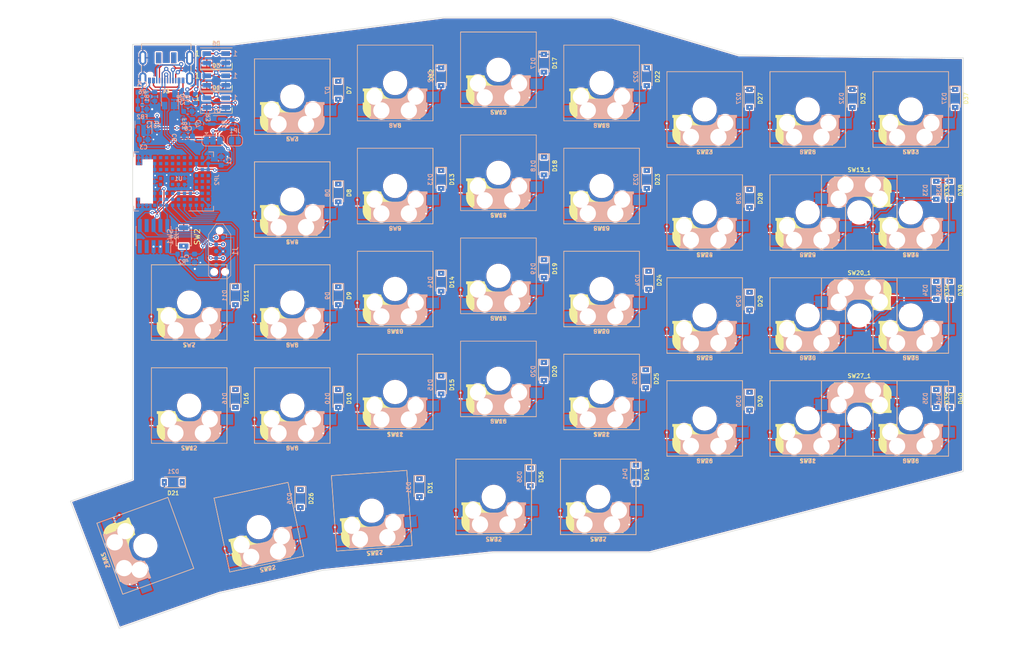
<source format=kicad_pcb>
(kicad_pcb (version 20211014) (generator pcbnew)
  (layers (0 "F.Cu" signal) (31 "B.Cu" signal) (34 "B.Paste" user) (35 "F.Paste" user) (36 "B.SilkS" user "B.Silkscreen") (37 "F.SilkS" user "F.Silkscreen") (38 "B.Mask" user) (39 "F.Mask" user) (44 "Edge.Cuts" user))
  (net 0 "")
  (net 1 "Net-(D7-Pad2)")
  (net 2 "Net-(D10-Pad2)")
  (net 3 "Net-(D11-Pad2)")
  (net 4 "Net-(D12-Pad2)")
  (net 5 "Net-(D15-Pad2)")
  (net 6 "Net-(D16-Pad2)")
  (net 7 "Net-(D18-Pad2)")
  (net 8 "Net-(D21-Pad2)")
  (net 9 "Net-(D25-Pad2)")
  (net 10 "Net-(D28-Pad2)")
  (net 11 "Net-(D29-Pad2)")
  (net 12 "Net-(D30-Pad2)")
  (net 13 "Net-(D31-Pad2)")
  (net 14 "Net-(D32-Pad2)")
  (net 15 "Net-(D33-Pad2)")
  (net 16 "Net-(D34-Pad2)")
  (net 17 "Net-(D35-Pad2)")
  (net 18 "Net-(D9-Pad2)")
  (net 19 "Net-(D14-Pad2)")
  (net 20 "Net-(D17-Pad2)")
  (net 21 "Net-(D19-Pad2)")
  (net 22 "Net-(D20-Pad2)")
  (net 23 "Net-(D22-Pad2)")
  (net 24 "Net-(D23-Pad2)")
  (net 25 "Net-(D24-Pad2)")
  (net 26 "Net-(D26-Pad2)")
  (net 27 "Net-(D27-Pad2)")
  (net 28 "Net-(D8-Pad2)")
  (net 29 "Net-(D13-Pad2)")
  (net 30 "GND")
  (net 31 "+5V")
  (net 32 "D+")
  (net 33 "D-")
  (net 34 "/Usb/GND_USB")
  (net 35 "/Usb/USB_SHIELD")
  (net 36 "/Usb/VUSB")
  (net 37 "ROW0")
  (net 38 "ROW1")
  (net 39 "ROW2")
  (net 40 "ROW3")
  (net 41 "ROW4")
  (net 42 "/Usb/CC2")
  (net 43 "/Usb/CC1")
  (net 44 "COL0")
  (net 45 "COL1")
  (net 46 "COL2")
  (net 47 "COL3")
  (net 48 "COL4")
  (net 49 "COL5")
  (net 50 "COL6")
  (net 51 "RESET")
  (net 83 "VDD_LED")
  (net 88 "+3V3")
  (net 89 "SWDIO")
  (net 90 "SWDCLK")
  (net 91 "SWO")
  (net 92 "LED")
  (net 93 "Net-(D1-Pad3)")
  (net 94 "Net-(D1-Pad1)")
  (net 95 "Net-(D3-Pad1)")
  (net 96 "Net-(D5-Pad1)")
  (net 97 "Net-(D36-Pad2)")
  (net 98 "Net-(D37-Pad2)")
  (net 99 "Net-(D38-Pad2)")
  (net 100 "Net-(D39-Pad2)")
  (net 101 "Net-(D40-Pad2)")
  (net 102 "Net-(D41-Pad2)")
  (footprint "Button_Switch_Keyboard_Swappable:SW_Cherry_MX_1.00u_Kailh_Socket_TopBottom" (layer "F.Cu") (at 48.4 134.4 180)
    (fp_text reference "SW12")
    (fp_text value "SW_Push")
  )
  (footprint "Diode_SMD_TopBottom:D_SOD-123_TopBottom" (layer "F.Cu") (at 97.5 125.5 -90)
    (fp_text reference "D15")
    (fp_text value "1N4148W")
  )
  (footprint "Button_Switch_Keyboard_Swappable:SW_Cherry_MX_1.00u_Kailh_Socket_TopBottom" (layer "F.Cu") (at 124.61 93.78 180)
    (fp_text reference "SW19")
    (fp_text value "SW_Push")
  )
  (footprint "Diode_SMD_TopBottom:D_SOD-123_TopBottom" (layer "F.Cu") (at 78.5 90 -90)
    (fp_text reference "D8")
    (fp_text value "1N4148W")
  )
  (footprint "Button_Switch_Keyboard_Swappable:SW_Cherry_MX_1.00u_Kailh_Socket_TopBottom" (layer "F.Cu") (at 181.76 98.68 180)
    (fp_text reference "SW34")
    (fp_text value "SW_Push")
  )
  (footprint "Button_Switch_Keyboard_Swappable:SW_Cherry_MX_1.00u_Kailh_Socket_TopBottom" (layer "F.Cu") (at 67.46 115.35 180)
    (fp_text reference "SW5")
    (fp_text value "SW_Push")
  )
  (footprint "Button_Switch_Keyboard_Swappable:SW_Cherry_MX_1.00u_Kailh_Socket_TopBottom" (layer "F.Cu") (at 143.66 136.78 180)
    (fp_text reference "SW26")
    (fp_text value "SW_Push")
  )
  (footprint "Button_Switch_Keyboard_Swappable:SW_Cherry_MX_1.00u_Kailh_Socket_TopBottom" (layer "F.Cu") (at 86.46 112.83 180)
    (fp_text reference "SW10")
    (fp_text value "SW_Push")
  )
  (footprint "Button_Switch_Keyboard_Swappable:SW_Cherry_MX_1.00u_Kailh_Socket_TopBottom" (layer "F.Cu") (at 67.46 77.25 180)
    (fp_text reference "SW3")
    (fp_text value "SW_Push")
  )
  (footprint "Diode_SMD_TopBottom:D_SOD-123_TopBottom" (layer "F.Cu") (at 78.5 128 -90)
    (fp_text reference "D10")
    (fp_text value "1N4148W")
  )
  (footprint "Diode_SMD_TopBottom:D_SOD-123_TopBottom" (layer "F.Cu") (at 116.52 104 -90)
    (fp_text reference "D19")
    (fp_text value "1N4148W")
  )
  (footprint "Diode_SMD_TopBottom:D_SOD-123_TopBottom" (layer "F.Cu") (at 135.5 87.5 -90)
    (fp_text reference "D23")
    (fp_text value "1N4148W")
  )
  (footprint "Diode_SMD_TopBottom:D_SOD-123_TopBottom" (layer "F.Cu") (at 97.5 106.5 -90)
    (fp_text reference "D14")
    (fp_text value "1N4148W")
  )
  (footprint "Button_Switch_Keyboard_Swappable:SW_Cherry_MX_1.00u_Kailh_Socket_TopBottom" (layer "F.Cu") (at 105.56 72.3 180)
    (fp_text reference "SW13")
    (fp_text value "SW_Push")
  )
  (footprint "Button_Switch_Keyboard_Swappable:SW_Cherry_MX_1.00u_Kailh_Socket_TopBottom" (layer "F.Cu") (at 143.66 98.68 180)
    (fp_text reference "SW24")
    (fp_text value "SW_Push")
  )
  (footprint "Button_Switch_Keyboard_Swappable:SW_Cherry_MX_1.00u_Kailh_Socket_TopBottom" (layer "F.Cu") (at 48.4 115.35 180)
    (fp_text reference "SW7")
    (fp_text value "SW_Push")
  )
  (footprint "Diode_SMD_TopBottom:D_SOD-123_TopBottom" (layer "F.Cu") (at 191.5 128 -90)
    (fp_text reference "D40")
    (fp_text value "1N4148W")
  )
  (footprint "Button_Switch_Keyboard_Swappable:SW_Cherry_MX_1.00u_Kailh_Socket_TopBottom" (layer "F.Cu") (at 82.5 154 -176)
    (fp_text reference "SW27")
    (fp_text value "SW_Push")
  )
  (footprint "Diode_SMD_TopBottom:D_SOD-123_TopBottom" (layer "F.Cu") (at 116.5 66 -90)
    (fp_text reference "D17")
    (fp_text value "1N4148W")
  )
  (footprint "Diode_SMD_TopBottom:D_SOD-123_TopBottom" (layer "F.Cu") (at 97.5 87.5 -90)
    (fp_text reference "D13")
    (fp_text value "1N4148W")
  )
  (footprint "Button_Switch_Keyboard_Swappable:SW_Cherry_MX_1.25u_Kailh_Socket_TopBottom" (layer "F.Cu") (at 37.2 154.6 110)
    (fp_text reference "SW17")
    (fp_text value "SW_Push")
  )
  (footprint "Diode_SMD_TopBottom:D_SOD-123_TopBottom" (layer "F.Cu") (at 135.3 124.35 -90)
    (fp_text reference "D25")
    (fp_text value "1N4148W")
  )
  (footprint "Diode_SMD_TopBottom:D_SOD-123_TopBottom" (layer "F.Cu") (at 116.52 85 -90)
    (fp_text reference "D18")
    (fp_text value "1N4148W")
  )
  (footprint "Button_Switch_Keyboard_Swappable:SW_Cherry_MX_2.00u_Kailh_Socket_NoStabilizer_TopBottom" (layer "F.Cu") (at 177.31 107.57)
    (fp_text reference "SW20_1")
    (fp_text value "SW_Push")
  )
  (footprint "Diode_SMD_TopBottom:D_SOD-123_TopBottom" (layer "F.Cu") (at 189 89.5 -90)
    (fp_text reference "D33")
    (fp_text value "1N4148W")
  )
  (footprint "Button_Switch_Keyboard_Swappable:SW_Cherry_MX_1.00u_Kailh_Socket_TopBottom" (layer "F.Cu") (at 86.46 93.78 180)
    (fp_text reference "SW9")
    (fp_text value "SW_Push")
  )
  (footprint "Diode_SMD_TopBottom:D_SOD-123_TopBottom" (layer "F.Cu") (at 114 142.5 -90)
    (fp_text reference "D36")
    (fp_text value "1N4148W")
  )
  (footprint "Button_Switch_Keyboard_Swappable:SW_Cherry_MX_2.00u_Kailh_Socket_NoStabilizer_TopBottom" (layer "F.Cu") (at 177.31 88.52)
    (fp_text reference "SW13_1")
    (fp_text value "SW_Push")
  )
  (footprint "Diode_SMD_TopBottom:D_SOD-123_TopBottom" (layer "F.Cu") (at 97.5 68.5 -90)
    (fp_text reference "D12")
    (fp_text value "1N4148W")
  )
  (footprint "Diode_SMD_TopBottom:D_SOD-123_TopBottom" (layer "F.Cu") (at 154.5 72.5 -90)
    (fp_text reference "D27")
    (fp_text value "1N4148W")
  )
  (footprint "Diode_SMD_TopBottom:D_SOD-123_TopBottom" (layer "F.Cu") (at 135.5 68.5 -90)
    (fp_text reference "D22")
    (fp_text value "1N4148W")
  )
  (footprint "Diode_SMD_TopBottom:D_SOD-123_TopBottom" (layer "F.Cu") (at 59.5 128 -90)
    (fp_text reference "D16")
    (fp_text value "1N4148W")
  )
  (footprint "LED_SMD:LED_SK6812MINI_PLCC4_3.5x3.5mm_P1.75mm" (layer "F.Cu") (at 55.95 69.2)
    (fp_text reference "D3")
    (fp_text value "SK6812MINI")
  )
  (footprint "Diode_SMD_TopBottom:D_SOD-123_TopBottom" (layer "F.Cu") (at 154.5 128.5 -90)
    (fp_text reference "D30")
    (fp_text value "1N4148W")
  )
  (footprint "Diode_SMD_TopBottom:D_SOD-123_TopBottom" (layer "F.Cu") (at 59.5 109 -90)
    (fp_text reference "D11")
    (fp_text value "1N4148W")
  )
  (footprint "Connector_USB:USB_C_Receptacle_JAE_DX07S016JA1R1500" (layer "F.Cu") (at 46.7 66.15 180)
    (fp_text reference "J3")
    (fp_text value "USB_C_Receptacle_USB2.0")
  )
  (footprint "Button_Switch_Keyboard_Swappable:SW_Cherry_MX_1.00u_Kailh_Socket_TopBottom" (layer "F.Cu") (at 181.76 117.73 180)
    (fp_text reference "SW35")
    (fp_text value "SW_Push")
  )
  (footprint "Button_Switch_Keyboard_Swappable:SW_Cherry_MX_1.00u_Kailh_Socket_TopBottom" (layer "F.Cu") (at 67.46 96.3 180)
    (fp_text reference "SW4")
    (fp_text value "SW_Push")
  )
  (footprint "Diode_SMD_TopBottom:D_SOD-123_TopBottom" (layer "F.Cu") (at 78.5 71 -90)
    (fp_text reference "D7")
    (fp_text value "1N4148W")
  )
  (footprint "Button_Switch_Keyboard_Swappable:SW_Cherry_MX_1.00u_Kailh_Socket_TopBottom" (layer "F.Cu") (at 162.71 117.73 180)
    (fp_text reference "SW30")
    (fp_text value "SW_Push")
  )
  (footprint "Diode_SMD_TopBottom:D_SOD-123_TopBottom" (layer "F.Cu") (at 93.5 144.5 -90)
    (fp_text reference "D31")
    (fp_text value "1N4148W")
  )
  (footprint "Diode_SMD_TopBottom:D_SOD-123_TopBottom" (layer "F.Cu") (at 173.5 72.5 -90)
    (fp_text reference "D32")
    (fp_text value "1N4148W")
  )
  (footprint "Diode_SMD_TopBottom:D_SOD-123_TopBottom" (layer "F.Cu") (at 154.5 91 -90)
    (fp_text reference "D28")
    (fp_text value "1N4148W")
  )
  (footprint "Button_Switch_Keyboard_Swappable:SW_Cherry_MX_1.00u_Kailh_Socket_TopBottom" (layer "F.Cu") (at 105.56 110.4 180)
    (fp_text reference "SW15")
    (fp_text value "SW_Push")
  )
  (footprint "Diode_SMD_TopBottom:D_SOD-123_TopBottom" (layer "F.Cu") (at 189 108 -90)
    (fp_text reference "D34")
    (fp_text value "1N4148W")
  )
  (footprint "Button_Switch_Keyboard_Swappable:SW_Cherry_MX_1.00u_Kailh_Socket_TopBottom" (layer "F.Cu") (at 62.4 157.3 -168)
    (fp_text reference "SW22")
    (fp_text value "SW_Push")
  )
  (footprint "Diode_SMD_TopBottom:D_SOD-123_TopBottom" (layer "F.Cu") (at 154.5 110 -90)
    (fp_text reference "D29")
    (fp_text value "1N4148W")
  )
  (footprint "Button_Switch_Keyboard_Swappable:SW_Cherry_MX_1.00u_Kailh_Socket_TopBottom" (layer "F.Cu") (at 124.61 112.83 180)
    (fp_text reference "SW20")
    (fp_text value "SW_Push")
  )
  (footprint "Diode_SMD_TopBottom:D_SOD-123_TopBottom" (layer "F.Cu") (at 71.5 146.5 -90)
    (fp_text reference "D26")
    (fp_text value "1N4148W")
  )
  (footprint "Button_Switch_Keyboard_Swappable:SW_Cherry_MX_2.00u_Kailh_Socket_NoStabilizer_TopBottom" (layer "F.Cu") (at 177.31 126.62)
    (fp_text reference "SW27_1")
    (fp_text value "SW_Push")
  )
  (footprint "Button_Switch_Keyboard_Swappable:SW_Cherry_MX_1.00u_Kailh_Socket_TopBottom" (layer "F.Cu") (at 67.46 134.4 180)
    (fp_text reference "SW6")
    (fp_text value "SW_Push")
  )
  (footprint "Button_Switch_Keyboard_Swappable:SW_Cherry_MX_1.00u_Kailh_Socket_TopBottom" (layer "F.Cu") (at 181.76 79.63 180)
    (fp_text reference "SW33")
    (fp_text value "SW_Push")
  )
  (footprint "Button_Switch_Keyboard_Swappable:SW_Cherry_MX_1.00u_Kailh_Socket_TopBottom" (layer "F.Cu") (at 105.56 91.35 180)
    (fp_text reference "SW14")
    (fp_text value "SW_Push")
  )
  (footprint "Button_Switch_Keyboard_Swappable:SW_Cherry_MX_1.00u_Kailh_Socket_TopBottom" (layer "F.Cu") (at 104.6875 151.28 180)
    (fp_text reference "SW32")
    (fp_text value "SW_Push")
  )
  (footprint "Button_Switch_Keyboard_Swappable:SW_Cherry_MX_1.00u_Kailh_Socket_TopBottom" (layer "F.Cu") (at 124.61 131.88 180)
    (fp_text reference "SW21")
    (fp_text value "SW_Push")
  )
  (footprint "Diode_SMD_TopBottom:D_SOD-123_TopBottom" (layer "F.Cu") (at 192.5 72.5 -90)
    (fp_text reference "D37")
    (fp_text value "1N4148W")
  )
  (footprint "Diode_SMD_TopBottom:D_SOD-123_TopBottom" (layer "F.Cu") (at 133.5 142 -90)
    (fp_text reference "D41")
    (fp_text value "1N4148W")
  )
  (footprint "LED_SMD:LED_SK6812MINI_PLCC4_3.5x3.5mm_P1.75mm" (layer "F.Cu") (at 55.95 65.1)
    (fp_text reference "D5")
    (fp_text value "SK6812MINI")
  )
  (footprint "Button_Switch_Keyboard_Swappable:SW_Cherry_MX_1.00u_Kailh_Socket_TopBottom" (layer "F.Cu") (at 105.56 129.45 180)
    (fp_text reference "SW16")
    (fp_text value "SW_Push")
  )
  (footprint "Diode_SMD_TopBottom:D_SOD-123_TopBottom" (layer "F.Cu") (at 191.5 108 -90)
    (fp_text reference "D39")
    (fp_text value "1N4148W")
  )
  (footprint "Button_Switch_Keyboard_Swappable:SW_Cherry_MX_1.00u_Kailh_Socket_TopBottom" (layer "F.Cu") (at 124.61 74.73 180)
    (fp_text reference "SW18")
    (fp_text value "SW_Push")
  )
  (footprint "Button_Switch_Keyboard_Swappable:SW_Cherry_MX_1.00u_Kailh_Socket_TopBottom" (layer "F.Cu") (at 181.76 136.78 180)
    (fp_text reference "SW36")
    (fp_text value "SW_Push")
  )
  (footprint "Button_Switch_SMD:SW_SPST_B3U-1000P" (layer "F.Cu") (at 49.94 98.11 -90)
    (fp_text reference "SW2")
    (fp_text value "SW_Push")
  )
  (footprint "Diode_SMD_TopBottom:D_SOD-123_TopBottom" (layer "F.Cu") (at 191.5 89.5 -90)
    (fp_text reference "D38")
    (fp_text value "1N4148W")
  )
  (footprint "Button_Switch_Keyboard_Swappable:SW_Cherry_MX_1.00u_Kailh_Socket_TopBottom" (layer "F.Cu") (at 124 151.28 180)
    (fp_text reference "SW37")
    (fp_text value "SW_Push")
  )
  (footprint "Button_Switch_Keyboard_Swappable:SW_Cherry_MX_1.00u_Kailh_Socket_TopBottom" (layer "F.Cu") (at 162.71 98.68 180)
    (fp_text reference "SW29")
    (fp_text value "SW_Push")
  )
  (footprint "Diode_SMD_TopBottom:D_SOD-123_TopBottom" (layer "F.Cu") (at 116.5 123 -90)
    (fp_text reference "D20")
    (fp_text value "1N4148W")
  )
  (footprint "Button_Switch_Keyboard_Swappable:SW_Cherry_MX_1.00u_Kailh_Socket_TopBottom" (layer "F.Cu") (at 86.46 74.73 180)
    (fp_text reference "SW8")
    (fp_text value "SW_Push")
  )
  (footprint "LED_SMD:LED_SK6812MINI_PLCC4_3.5x3.5mm_P1.75mm" (layer "F.Cu") (at 55.95 73.3)
    (fp_text reference "D1")
    (fp_text value "SK6812MINI")
  )
  (footprint "Button_Switch_Keyboard_Swappable:SW_Cherry_MX_1.00u_Kailh_Socket_TopBottom" (layer "F.Cu") (at 143.66 79.63 180)
    (fp_text reference "SW23")
    (fp_text value "SW_Push")
  )
  (footprint "Diode_SMD_TopBottom:D_SOD-123_TopBottom" (layer "F.Cu") (at 78.5 109 -90)
    (fp_text reference "D9")
    (fp_text value "1N4148W")
  )
  (footprint "Diode_SMD_TopBottom:D_SOD-123_TopBottom" (layer "F.Cu") (at 135.84 106.14 -90)
    (fp_text reference "D24")
    (fp_text value "1N4148W")
  )
  (footprint "Button_Switch_Keyboard_Swappable:SW_Cherry_MX_1.00u_Kailh_Socket_TopBottom" (layer "F.Cu") (at 143.66 117.73 180)
    (fp_text reference "SW25")
    (fp_text value "SW_Push")
  )
  (footprint "Diode_SMD_TopBottom:D_SOD-123_TopBottom" (layer "F.Cu") (at 48 143.5 180)
    (fp_text reference "D21")
    (fp_text value "1N4148W")
  )
  (footprint "Button_Switch_Keyboard_Swappable:SW_Cherry_MX_1.00u_Kailh_Socket_TopBottom" (layer "F.Cu") (at 162.71 136.78 180)
    (fp_text reference "SW31")
    (fp_text value "SW_Push")
  )
  (footprint "Button_Switch_Keyboard_Swappable:SW_Cherry_MX_1.00u_Kailh_Socket_TopBottom" (layer "F.Cu") (at 162.71 79.63 180)
    (fp_text reference "SW28")
    (fp_text value "SW_Push")
  )
  (footprint "Button_Switch_Keyboard_Swappable:SW_Cherry_MX_1.00u_Kailh_Socket_TopBottom" (layer "F.Cu") (at 86.46 131.88 180)
    (fp_text reference "SW11")
    (fp_text value "SW_Push")
  )
  (footprint "Diode_SMD_TopBottom:D_SOD-123_TopBottom" (layer "F.Cu") (at 189 128 -90)
    (fp_text reference "D35")
    (fp_text value "1N4148W")
  )
  (footprint "Connector_USB:USB_C_Receptacle_JAE_DX07S016JA1R1500" (layer "B.Cu") (at 46.7 66.15)
    (fp_text reference "J4")
    (fp_text value "USB_C_Receptacle_USB2.0")
  )
  (footprint "Resistor_SMD:R_0603_1608Metric" (layer "B.Cu") (at 51.55 77.2 -90)
    (fp_text reference "FB3")
    (fp_text value "120R@550mA")
  )
  (footprint "Resistor_SMD:R_0603_1608Metric" (layer "B.Cu") (at 49.62 101.31)
    (fp_text reference "R2")
    (fp_text value "10k")
  )
  (footprint "Capacitor_SMD:C_0603_1608Metric" (layer "B.Cu") (at 50.77 79.5 180)
    (fp_text reference "C8")
    (fp_text value "10pF")
  )
  (footprint "Resistor_SMD:R_0603_1608Metric" (layer "B.Cu") (at 53.1 77.18 90)
    (fp_text reference "R3")
    (fp_text value "10k")
  )
  (footprint "Resistor_SMD:R_0603_1608Metric" (layer "B.Cu") (at 52.1 72.55 -90)
    (fp_text reference "R4")
    (fp_text value "5.11k")
  )
  (footprint "Resistor_SMD:R_0603_1608Metric" (layer "B.Cu") (at 42.275 72.95 180)
    (fp_text reference "R6")
    (fp_text value "10k")
  )
  (footprint "Resistor_SMD:R_0603_1608Metric" (layer "B.Cu") (at 44.575 72.15 -90)
    (fp_text reference "FB1")
    (fp_text value "120R@550mA")
  )
  (footprint "Resistor_SMD:R_0603_1608Metric" (layer "B.Cu") (at 42.275 74.5)
    (fp_text reference "FB2")
    (fp_text value "120R@550mA")
  )
  (footprint "Jumper:SolderJumper-2_P1.3mm_Open_RoundedPad1.0x1.5mm" (layer "B.Cu") (at 59.4 80.32 180)
    (fp_text reference "JP1")
    (fp_text value "Jumper_2_Open")
  )
  (footprint "Jumper:SolderJumper-3_P1.3mm_Bridged12_RoundedPad1.0x1.5mm" (layer "B.Cu") (at 55.35 80.32)
    (fp_text reference "JP2")
    (fp_text value "Jumper_3_Bridged12")
  )
  (footprint "LED_SMD:LED_SK6812MINI_PLCC4_3.5x3.5mm_P1.75mm" (layer "B.Cu") (at 55.95 73.3 180)
    (fp_text reference "D2")
    (fp_text value "SK6812MINI")
  )
  (footprint "Capacitor_SMD:C_0603_1608Metric" (layer "B.Cu") (at 42.27 71.38 180)
    (fp_text reference "C5")
    (fp_text value "100nF")
  )
  (footprint "Package_TO_SOT_SMD:SOT-23" (layer "B.Cu") (at 56.05 77.26 180)
    (fp_text reference "Q1")
    (fp_text value "IRLML2502")
  )
  (footprint "Connector:Tag-Connect_TC2050-IDC-NL_2x05_P1.27mm_Vertical" (layer "B.Cu") (at 56.575 100.78 -90)
    (fp_text reference "J1")
    (fp_text value "Conn_02x05_Counter_Clockwise")
  )
  (footprint "Resistor_SMD:R_0603_1608Metric" (layer "B.Cu") (at 58.87 77.29 -90)
    (fp_text reference "R1")
    (fp_text value "10k")
  )
  (footprint "Connector_PinHeader_1.27mm:PinHeader_2x05_P1.27mm_Vertical_SMD" (layer "B.Cu") (at 44.36 97.97 90)
    (fp_text reference "J2")
    (fp_text value "Conn_ARM_JTAG_SWD_10")
  )
  (footprint "Capacitor_SMD:C_0603_1608Metric" (layer "B.Cu") (at 50.7 74.9)
    (fp_text reference "C6")
    (fp_text value "10nF")
  )
  (footprint "Capacitor_SMD:C_0603_1608Metric" (layer "B.Cu") (at 56.86 84.07 90)
    (fp_text reference "C1")
    (fp_text value "100nF")
  )
  (footprint "Capacitor_SMD:C_0603_1608Metric" (layer "B.Cu") (at 45.02375 77.325 -90)
    (fp_text reference "C2")
    (fp_text value "100nF")
  )
  (footprint "Capacitor_SMD:C_0603_1608Metric" (layer "B.Cu") (at 51.93 102.07 -90)
    (fp_text reference "C4")
    (fp_text value "100nF")
  )
  (footprint "Capacitor_SMD:C_0603_1608Metric" (layer "B.Cu") (at 42.52375 80.105)
    (fp_text reference "C3")
    (fp_text value "100nF")
  )
  (footprint "Package_TO_SOT_SMD:SOT-143" (layer "B.Cu") (at 47.37 72.73 90)
    (fp_text reference "D42")
    (fp_text value "PRTR5V0U2X")
  )
  (footprint "RF_Module_User:Ublox_NORA-B10x" (layer "B.Cu") (at 48.9725 87.87 180)
    (fp_text reference "U1")
    (fp_text value "NORA-B10x")
  )
  (footprint "LED_SMD:LED_SK6812MINI_PLCC4_3.5x3.5mm_P1.75mm" (layer "B.Cu") (at 55.95 65.1 180)
    (fp_text reference "D6")
    (fp_text value "SK6812MINI")
  )
  (footprint "LED_SMD:LED_SK6812MINI_PLCC4_3.5x3.5mm_P1.75mm" (layer "B.Cu") (at 55.95 69.2 180)
    (fp_text reference "D4")
    (fp_text value "SK6812MINI")
  )
  (footprint "Resistor_SMD:R_0603_1608Metric" (layer "B.Cu") (at 50.55 72.55 -90)
    (fp_text reference "R5")
    (fp_text value "5.11k")
  )
  (footprint "Package_TO_SOT_SMD:SOT-23" (layer "B.Cu") (at 42.49375 77.325 90)
    (fp_text reference "U2")
    (fp_text value "MCP1703A-3302_SOT23")
  )
  (footprint "Capacitor_SMD:C_0603_1608Metric" (layer "B.Cu") (at 50.02 77.2 90)
    (fp_text reference "C7")
    (fp_text value "10nF")
  )
  (footprint "Button_Switch_SMD:SW_SPST_B3U-1000P" (layer "B.Cu") (at 49.94 98.11 -90)
    (fp_text reference "SW1")
    (fp_text value "SW_Push")
  )
  (gr_line (start 136 156.5) (end 107 156.5) (layer "Edge.Cuts") (width 0.1))
  (gr_line (start 152.5 64.5) (end 129 57.5) (layer "Edge.Cuts") (width 0.1))
  (gr_line (start 194 65) (end 152.5 64.5) (layer "Edge.Cuts") (width 0.1))
  (gr_line (start 129 57.5) (end 98 57.5) (layer "Edge.Cuts") (width 0.1))
  (gr_line (start 136 156.5) (end 194 141.5) (layer "Edge.Cuts") (width 0.1))
  (gr_line (start 98 57.5) (end 59 62.5) (layer "Edge.Cuts") (width 0.1))
  (gr_line (start 40.5 143) (end 40.5 62.5) (layer "Edge.Cuts") (width 0.1))
  (gr_line (start 56.5 164) (end 38 170.5) (layer "Edge.Cuts") (width 0.1))
  (gr_line (start 75.5 159.8) (end 56.5 164) (layer "Edge.Cuts") (width 0.1))
  (gr_line (start 38 170.5) (end 29 147) (layer "Edge.Cuts") (width 0.1))
  (gr_line (start 59 62.5) (end 40.5 62.5) (layer "Edge.Cuts") (width 0.1))
  (gr_line (start 29 147) (end 40.5 143) (layer "Edge.Cuts") (width 0.1))
  (gr_line (start 107 156.5) (end 75.5 159.8) (layer "Edge.Cuts") (width 0.1))
  (gr_line (start 194 65) (end 194 141.5) (layer "Edge.Cuts") (width 0.1))
  (via (at 78.48 72.65) (size 0.6) (drill 0.3) (layers "F.Cu" "B.Cu") (net 1))
  (segment (start 78.5 73.25) (end 77 74.75) (width 0.25) (layer "B.Cu") (net 1))
  (segment (start 78.5 72.65) (end 78.5 73.25) (width 0.25) (layer "B.Cu") (net 1))
  (via (at 75.7 134.44) (size 0.6) (drill 0.3) (layers "F.Cu" "B.Cu") (net 2))
  (via (at 78.5 129.65) (size 0.6) (drill 0.3) (layers "F.Cu" "B.Cu") (net 2))
  (segment (start 78.5 129.65) (end 78.5 130.4) (width 0.25) (layer "B.Cu") (net 2))
  (segment (start 77 131.9) (end 77 133.14) (width 0.25) (layer "B.Cu") (net 2))
  (segment (start 77 133.14) (end 75.7 134.44) (width 0.25) (layer "B.Cu") (net 2))
  (segment (start 78.5 130.4) (end 77 131.9) (width 0.25) (layer "B.Cu") (net 2))
  (via (at 56.64 115.39) (size 0.6) (drill 0.3) (layers "F.Cu" "B.Cu") (net 3))
  (via (at 59.51 110.64) (size 0.6) (drill 0.3) (layers "F.Cu" "B.Cu") (net 3))
  (segment (start 57.94 114.09) (end 56.64 115.39) (width 0.25) (layer "B.Cu") (net 3))
  (segment (start 59.5 110.65) (end 59.5 111.29) (width 0.25) (layer "B.Cu") (net 3))
  (segment (start 59.5 111.29) (end 57.94 112.85) (width 0.25) (layer "B.Cu") (net 3))
  (segment (start 57.94 112.85) (end 57.94 114.09) (width 0.25) (layer "B.Cu") (net 3))
  (via (at 97.5 70.15) (size 0.6) (drill 0.3) (layers "F.Cu" "B.Cu") (net 4))
  (via (at 94.7 74.77) (size 0.6) (drill 0.3) (layers "F.Cu" "B.Cu") (net 4))
  (segment (start 97.5 70.15) (end 97.5 70.73) (width 0.25) (layer "B.Cu") (net 4))
  (segment (start 96 72.23) (end 96 73.47) (width 0.25) (layer "B.Cu") (net 4))
  (segment (start 96 73.47) (end 94.7 74.77) (width 0.25) (layer "B.Cu") (net 4))
  (segment (start 97.5 70.73) (end 96 72.23) (width 0.25) (layer "B.Cu") (net 4))
  (via (at 94.7 131.92) (size 0.6) (drill 0.3) (layers "F.Cu" "B.Cu") (net 5))
  (via (at 97.5 127.15) (size 0.6) (drill 0.3) (layers "F.Cu" "B.Cu") (net 5))
  (segment (start 96 130.62) (end 94.7 131.92) (width 0.25) (layer "B.Cu") (net 5))
  (segment (start 97.5 127.88) (end 96 129.38) (width 0.25) (layer "B.Cu") (net 5))
  (segment (start 97.5 127.15) (end 97.5 127.88) (width 0.25) (layer "B.Cu") (net 5))
  (segment (start 96 129.38) (end 96 130.62) (width 0.25) (layer "B.Cu") (net 5))
  (via (at 56.64 134.44) (size 0.6) (drill 0.3) (layers "F.Cu" "B.Cu") (net 6))
  (via (at 59.5 129.65) (size 0.6) (drill 0.3) (layers "F.Cu" "B.Cu") (net 6))
  (segment (start 57.94 133.14) (end 56.64 134.44) (width 0.25) (layer "B.Cu") (net 6))
  (segment (start 57.94 131.9) (end 57.94 133.14) (width 0.25) (layer "B.Cu") (net 6))
  (via (at 116.52 86.65) (size 0.6) (drill 0.3) (layers "F.Cu" "B.Cu") (net 7))
  (via (at 113.8 91.39) (size 0.6) (drill 0.3) (layers "F.Cu" "B.Cu") (net 7))
  (segment (start 116.52 87.43) (end 115.1 88.85) (width 0.25) (layer "B.Cu") (net 7))
  (segment (start 115.1 90.09) (end 113.8 91.39) (width 0.25) (layer "B.Cu") (net 7))
  (segment (start 116.52 86.65) (end 116.52 87.43) (width 0.25) (layer "B.Cu") (net 7))
  (segment (start 115.1 88.85) (end 115.1 90.09) (width 0.25) (layer "B.Cu") (net 7))
  (segment (start 39.980658 162.356748) (end 39.980658 162.980658) (width 0.25) (layer "F.Cu") (net 8))
  (via (at 46.35 143.5) (size 0.6) (drill 0.3) (layers "F.Cu" "B.Cu") (net 8))
  (via (at 39.980658 162.356748) (size 0.6) (drill 0.3) (layers "F.Cu" "B.Cu") (net 8))
  (segment (start 46.35 159.171721) (end 42.812104 162.709617) (width 0.25) (layer "B.Cu") (net 8))
  (segment (start 40.333527 162.709617) (end 39.980658 162.356748) (width 0.25) (layer "B.Cu") (net 8))
  (segment (start 42.812104 162.709617) (end 40.333527 162.709617) (width 0.25) (layer "B.Cu") (net 8))
  (segment (start 46.35 143.5) (end 46.35 159.171721) (width 0.25) (layer "B.Cu") (net 8))
  (via (at 135.3 126) (size 0.6) (drill 0.3) (layers "F.Cu" "B.Cu") (net 9))
  (via (at 132.85 131.92) (size 0.6) (drill 0.3) (layers "F.Cu" "B.Cu") (net 9))
  (segment (start 134.15 130.62) (end 132.85 131.92) (width 0.25) (layer "B.Cu") (net 9))
  (segment (start 135.3 126) (end 135.3 128.23) (width 0.25) (layer "B.Cu") (net 9))
  (segment (start 134.15 129.38) (end 134.15 130.62) (width 0.25) (layer "B.Cu") (net 9))
  (segment (start 135.3 128.23) (end 134.15 129.38) (width 0.25) (layer "B.Cu") (net 9))
  (via (at 151.9 98.72) (size 0.6) (drill 0.3) (layers "F.Cu" "B.Cu") (net 10))
  (via (at 154.5 92.65) (size 0.6) (drill 0.3) (layers "F.Cu" "B.Cu") (net 10))
  (segment (start 153.2 96.18) (end 153.2 97.42) (width 0.25) (layer "B.Cu") (net 10))
  (segment (start 154.5 94.88) (end 153.2 96.18) (width 0.25) (layer "B.Cu") (net 10))
  (segment (start 153.2 97.42) (end 151.9 98.72) (width 0.25) (layer "B.Cu") (net 10))
  (segment (start 154.5 92.65) (end 154.5 94.88) (width 0.25) (layer "B.Cu") (net 10))
  (via (at 154.5 111.65) (size 0.6) (drill 0.3) (layers "F.Cu" "B.Cu") (net 11))
  (via (at 151.9 117.77) (size 0.6) (drill 0.3) (layers "F.Cu" "B.Cu") (net 11))
  (segment (start 154.5 113.93) (end 153.2 115.23) (width 0.25) (layer "B.Cu") (net 11))
  (segment (start 153.2 116.47) (end 151.9 117.77) (width 0.25) (layer "B.Cu") (net 11))
  (segment (start 153.2 115.23) (end 153.2 116.47) (width 0.25) (layer "B.Cu") (net 11))
  (segment (start 154.5 111.65) (end 154.5 113.93) (width 0.25) (layer "B.Cu") (net 11))
  (via (at 151.9 136.82) (size 0.6) (drill 0.3) (layers "F.Cu" "B.Cu") (net 12))
  (via (at 154.5 130.15) (size 0.6) (drill 0.3) (layers "F.Cu" "B.Cu") (net 12))
  (segment (start 154.5 130.15) (end 154.5 132.98) (width 0.25) (layer "B.Cu") (net 12))
  (segment (start 153.2 134.28) (end 153.2 135.52) (width 0.25) (layer "B.Cu") (net 12))
  (segment (start 154.5 132.98) (end 153.2 134.28) (width 0.25) (layer "B.Cu") (net 12))
  (segment (start 153.2 135.52) (end 151.9 136.82) (width 0.25) (layer "B.Cu") (net 12))
  (via (at 93.5 146.15) (size 0.6) (drill 0.3) (layers "F.Cu" "B.Cu") (net 13))
  (via (at 90.722718 153.465109) (size 0.6) (drill 0.3) (layers "F.Cu" "B.Cu") (net 13))
  (segment (start 93.5 146.15) (end 93.5 149.182983) (width 0.25) (layer "B.Cu") (net 13))
  (segment (start 91.84237 150.840613) (end 91.84237 152.345457) (width 0.25) (layer "B.Cu") (net 13))
  (segment (start 91.84237 152.345457) (end 90.722718 153.465109) (width 0.25) (layer "B.Cu") (net 13))
  (segment (start 93.5 149.182983) (end 91.84237 150.840613) (width 0.25) (layer "B.Cu") (net 13))
  (via (at 170.95 79.67) (size 0.6) (drill 0.3) (layers "F.Cu" "B.Cu") (net 14))
  (via (at 173.5 74.15) (size 0.6) (drill 0.3) (layers "F.Cu" "B.Cu") (net 14))
  (segment (start 172.25 78.37) (end 170.95 79.67) (width 0.25) (layer "B.Cu") (net 14))
  (segment (start 173.5 74.15) (end 173.5 75.88) (width 0.25) (layer "B.Cu") (net 14))
  (segment (start 173.5 75.88) (end 172.25 77.13) (width 0.25) (layer "B.Cu") (net 14))
  (segment (start 172.25 77.13) (end 172.25 78.37) (width 0.25) (layer "B.Cu") (net 14))
  (via (at 189 91.15) (size 0.6) (drill 0.3) (layers "F.Cu" "B.Cu") (net 15))
  (via (at 181.77 91.02) (size 0.6) (drill 0.3) (layers "F.Cu" "B.Cu") (net 15))
  (via (at 170.95 98.72) (size 0.6) (drill 0.3) (layers "F.Cu" "B.Cu") (net 15))
  (segment (start 181.77 89.78) (end 181.77 91.02) (width 0.25) (layer "B.Cu") (net 15))
  (segment (start 175.98 96.18) (end 178.71 93.45) (width 0.25) (layer "B.Cu") (net 15))
  (segment (start 179.74 93.45) (end 181.77 91.42) (width 0.25) (layer "B.Cu") (net 15))
  (segment (start 172.25 97.42) (end 170.95 98.72) (width 0.25) (layer "B.Cu") (net 15))
  (segment (start 180.47 88.48) (end 181.77 89.78) (width 0.25) (layer "B.Cu") (net 15))
  (segment (start 181.77 91.42) (end 181.77 91.02) (width 0.25) (layer "B.Cu") (net 15))
  (segment (start 178.71 93.45) (end 179.74 93.45) (width 0.25) (layer "B.Cu") (net 15))
  (segment (start 172.25 96.18) (end 175.98 96.18) (width 0.25) (layer "B.Cu") (net 15))
  (segment (start 181.9 91.15) (end 181.77 91.02) (width 0.25) (layer "B.Cu") (net 15))
  (segment (start 189 91.15) (end 181.9 91.15) (width 0.25) (layer "B.Cu") (net 15))
  (segment (start 172.25 96.18) (end 172.25 97.42) (width 0.25) (layer "B.Cu") (net 15))
  (via (at 181.77 110.07) (size 0.6) (drill 0.3) (layers "F.Cu" "B.Cu") (net 16))
  (via (at 170.95 117.77) (size 0.6) (drill 0.3) (layers "F.Cu" "B.Cu") (net 16))
  (via (at 189 109.65) (size 0.6) (drill 0.3) (layers "F.Cu" "B.Cu") (net 16))
  (segment (start 178.75 112.41) (end 179.43 112.41) (width 0.25) (layer "B.Cu") (net 16))
  (segment (start 172.25 115.23) (end 172.25 116.47) (width 0.25) (layer "B.Cu") (net 16))
  (segment (start 182.19 109.65) (end 181.77 110.07) (width 0.25) (layer "B.Cu") (net 16))
  (segment (start 189 109.65) (end 182.19 109.65) (width 0.25) (layer "B.Cu") (net 16))
  (segment (start 181.77 108.83) (end 181.77 110.07) (width 0.25) (layer "B.Cu") (net 16))
  (segment (start 179.43 112.41) (end 181.77 110.07) (width 0.25) (layer "B.Cu") (net 16))
  (segment (start 175.93 115.23) (end 178.75 112.41) (width 0.25) (layer "B.Cu") (net 16))
  (segment (start 180.47 107.53) (end 181.77 108.83) (width 0.25) (layer "B.Cu") (net 16))
  (segment (start 172.25 115.23) (end 175.93 115.23) (width 0.25) (layer "B.Cu") (net 16))
  (segment (start 172.25 116.47) (end 170.95 117.77) (width 0.25) (layer "B.Cu") (net 16))
  (via (at 170.95 136.82) (size 0.6) (drill 0.3) (layers "F.Cu" "B.Cu") (net 17))
  (via (at 189 129.65) (size 0.6) (drill 0.3) (layers "F.Cu" "B.Cu") (net 17))
  (via (at 181.77 129.12) (size 0.6) (drill 0.3) (layers "F.Cu" "B.Cu") (net 17))
  (segment (start 188.47 129.12) (end 181.77 129.12) (width 0.25) (layer "B.Cu") (net 17))
  (segment (start 178.71 131.46) (end 180.75 131.46) (width 0.25) (layer "B.Cu") (net 17))
  (segment (start 172.25 134.28) (end 175.89 134.28) (width 0.25) (layer "B.Cu") (net 17))
  (segment (start 181.77 127.88) (end 181.77 129.12) (width 0.25) (layer "B.Cu") (net 17))
  (segment (start 180.47 126.58) (end 181.77 127.88) (width 0.25) (layer "B.Cu") (net 17))
  (segment (start 172.25 135.52) (end 170.95 136.82) (width 0.25) (layer "B.Cu") (net 17))
  (segment (start 189 129.65) (end 188.47 129.12) (width 0.25) (layer "B.Cu") (net 17))
  (segment (start 180.75 131.46) (end 181.77 130.44) (width 0.25) (layer "B.Cu") (net 17))
  (segment (start 175.89 134.28) (end 178.71 131.46) (width 0.25) (layer "B.Cu") (net 17))
  (segment (start 181.77 130.44) (end 181.77 129.12) (width 0.25) (layer "B.Cu") (net 17))
  (segment (start 172.25 134.28) (end 172.25 135.52) (width 0.25) (layer "B.Cu") (net 17))
  (via (at 75.7 115.39) (size 0.6) (drill 0.3) (layers "F.Cu" "B.Cu") (net 18))
  (via (at 78.5 110.65) (size 0.6) (drill 0.3) (layers "F.Cu" "B.Cu") (net 18))
  (segment (start 77 114.09) (end 75.7 115.39) (width 0.25) (layer "B.Cu") (net 18))
  (segment (start 77 112.85) (end 77 114.09) (width 0.25) (layer "B.Cu") (net 18))
  (segment (start 78.5 110.65) (end 78.5 111.35) (width 0.25) (layer "B.Cu") (net 18))
  (segment (start 78.5 111.35) (end 77 112.85) (width 0.25) (layer "B.Cu") (net 18))
  (via (at 97.5 108.15) (size 0.6) (drill 0.3) (layers "F.Cu" "B.Cu") (net 19))
  (via (at 94.7 112.87) (size 0.6) (drill 0.3) (layers "F.Cu" "B.Cu") (net 19))
  (segment (start 97.5 108.15) (end 97.5 108.83) (width 0.25) (layer "B.Cu") (net 19))
  (segment (start 97.5 108.83) (end 96 110.33) (width 0.25) (layer "B.Cu") (net 19))
  (segment (start 96 110.33) (end 96 111.57) (width 0.25) (layer "B.Cu") (net 19))
  (segment (start 96 111.57) (end 94.7 112.87) (width 0.25) (layer "B.Cu") (net 19))
  (via (at 116.5 67.65) (size 0.6) (drill 0.3) (layers "F.Cu" "B.Cu") (net 20))
  (via (at 113.8 72.34) (size 0.6) (drill 0.3) (layers "F.Cu" "B.Cu") (net 20))
  (segment (start 115.1 69.8) (end 115.1 71.04) (width 0.25) (layer "B.Cu") (net 20))
  (segment (start 116.5 68.4) (end 115.1 69.8) (width 0.25) (layer "B.Cu") (net 20))
  (segment (start 115.1 71.04) (end 113.8 72.34) (width 0.25) (layer "B.Cu") (net 20))
  (segment (start 116.5 67.65) (end 116.5 68.4) (width 0.25) (layer "B.Cu") (net 20))
  (via (at 116.52 105.65) (size 0.6) (drill 0.3) (layers "F.Cu" "B.Cu") (net 21))
  (via (at 113.8 110.44) (size 0.6) (drill 0.3) (layers "F.Cu" "B.Cu") (net 21))
  (segment (start 116.52 105.65) (end 116.52 106.48) (width 0.25) (layer "B.Cu") (net 21))
  (segment (start 115.1 107.9) (end 115.1 109.14) (width 0.25) (layer "B.Cu") (net 21))
  (segment (start 115.1 109.14) (end 113.8 110.44) (width 0.25) (layer "B.Cu") (net 21))
  (segment (start 116.52 106.48) (end 115.1 107.9) (width 0.25) (layer "B.Cu") (net 21))
  (via (at 113.8 129.49) (size 0.6) (drill 0.3) (layers "F.Cu" "B.Cu") (net 22))
  (via (at 116.5 124.65) (size 0.6) (drill 0.3) (layers "F.Cu" "B.Cu") (net 22))
  (segment (start 115.1 128.19) (end 113.8 129.49) (width 0.25) (layer "B.Cu") (net 22))
  (segment (start 116.5 125.55) (end 115.1 126.95) (width 0.25) (layer "B.Cu") (net 22))
  (segment (start 116.5 124.65) (end 116.5 125.55) (width 0.25) (layer "B.Cu") (net 22))
  (segment (start 115.1 126.95) (end 115.1 128.19) (width 0.25) (layer "B.Cu") (net 22))
  (via (at 132.85 74.77) (size 0.6) (drill 0.3) (layers "F.Cu" "B.Cu") (net 23))
  (via (at 135.5 70.15) (size 0.6) (drill 0.3) (layers "F.Cu" "B.Cu") (net 23))
  (segment (start 135.5 70.15) (end 135.5 70.88) (width 0.25) (layer "B.Cu") (net 23))
  (segment (start 134.15 73.47) (end 132.85 74.77) (width 0.25) (layer "B.Cu") (net 23))
  (segment (start 134.15 72.23) (end 134.15 73.47) (width 0.25) (layer "B.Cu") (net 23))
  (segment (start 135.5 70.88) (end 134.15 72.23) (width 0.25) (layer "B.Cu") (net 23))
  (via (at 135.5 89.15) (size 0.6) (drill 0.3) (layers "F.Cu" "B.Cu") (net 24))
  (via (at 132.85 93.82) (size 0.6) (drill 0.3) (layers "F.Cu" "B.Cu") (net 24))
  (segment (start 134.15 92.52) (end 132.85 93.82) (width 0.25) (layer "B.Cu") (net 24))
  (segment (start 135.5 89.93) (end 134.15 91.28) (width 0.25) (layer "B.Cu") (net 24))
  (segment (start 134.15 91.28) (end 134.15 92.52) (width 0.25) (layer "B.Cu") (net 24))
  (segment (start 135.5 89.15) (end 135.5 89.93) (width 0.25) (layer "B.Cu") (net 24))
  (via (at 135.84 107.79) (size 0.6) (drill 0.3) (layers "F.Cu" "B.Cu") (net 25))
  (via (at 132.85 112.87) (size 0.6) (drill 0.3) (layers "F.Cu" "B.Cu") (net 25))
  (segment (start 135.84 107.79) (end 135.84 108.64) (width 0.25) (layer "B.Cu") (net 25))
  (segment (start 134.15 111.57) (end 132.85 112.87) (width 0.25) (layer "B.Cu") (net 25))
  (segment (start 135.84 108.64) (end 134.15 110.33) (width 0.25) (layer "B.Cu") (net 25))
  (segment (start 134.15 110.33) (end 134.15 111.57) (width 0.25) (layer "B.Cu") (net 25))
  (via (at 70.468253 155.625934) (size 0.6) (drill 0.3) (layers "F.Cu" "B.Cu") (net 26))
  (via (at 71.5 148.15) (size 0.6) (drill 0.3) (layers "F.Cu" "B.Cu") (net 26))
  (segment (start 71.5 152.582902) (end 71.211749 152.871153) (width 0.25) (layer "B.Cu") (net 26))
  (segment (start 71.5 148.15) (end 71.5 152.582902) (width 0.25) (layer "B.Cu") (net 26))
  (segment (start 71.211749 154.882438) (end 70.468253 155.625934) (width 0.25) (layer "B.Cu") (net 26))
  (segment (start 71.211749 152.871153) (end 71.211749 154.882438) (width 0.25) (layer "B.Cu") (net 26))
  (via (at 151.9 79.67) (size 0.6) (drill 0.3) (layers "F.Cu" "B.Cu") (net 27))
  (via (at 154.5 74.15) (size 0.6) (drill 0.3) (layers "F.Cu" "B.Cu") (net 27))
  (segment (start 153.2 77.13) (end 153.2 78.37) (width 0.25) (layer "B.Cu") (net 27))
  (segment (start 154.5 74.15) (end 154.5 75.83) (width 0.25) (layer "B.Cu") (net 27))
  (segment (start 153.2 78.37) (end 151.9 79.67) (width 0.25) (layer "B.Cu") (net 27))
  (segment (start 154.5 75.83) (end 153.2 77.13) (width 0.25) (layer "B.Cu") (net 27))
  (via (at 78.5 91.65) (size 0.6) (drill 0.3) (layers "F.Cu" "B.Cu") (net 28))
  (via (at 75.7 96.34) (size 0.6) (drill 0.3) (layers "F.Cu" "B.Cu") (net 28))
  (segment (start 77 95.04) (end 75.7 96.34) (width 0.25) (layer "B.Cu") (net 28))
  (segment (start 78.5 91.65) (end 78.5 92.3) (width 0.25) (layer "B.Cu") (net 28))
  (segment (start 78.5 92.3) (end 77 93.8) (width 0.25) (layer "B.Cu") (net 28))
  (segment (start 77 93.8) (end 77 95.04) (width 0.25) (layer "B.Cu") (net 28))
  (via (at 97.5 89.15) (size 0.6) (drill 0.3) (layers "F.Cu" "B.Cu") (net 29))
  (via (at 94.7 93.82) (size 0.6) (drill 0.3) (layers "F.Cu" "B.Cu") (net 29))
  (segment (start 96 92.52) (end 94.7 93.82) (width 0.25) (layer "B.Cu") (net 29))
  (segment (start 96 91.28) (end 96 92.52) (width 0.25) (layer "B.Cu") (net 29))
  (segment (start 97.5 89.78) (end 96 91.28) (width 0.25) (layer "B.Cu") (net 29))
  (segment (start 97.5 89.15) (end 97.5 89.78) (width 0.25) (layer "B.Cu") (net 29))
  (via (at 44.64 86.77) (size 0.6) (drill 0.3) (layers "F.Cu" "B.Cu") (net 30))
  (via (at 44.71 88.96) (size 0.6) (drill 0.3) (layers "F.Cu" "B.Cu") (net 30))
  (via (at 46.8 86.68) (size 0.6) (drill 0.3) (layers "F.Cu" "B.Cu") (net 30))
  (via (at 44.99 79.2) (size 0.6) (drill 0.3) (layers "F.Cu" "B.Cu") (net 30))
  (via (at 51.2 89.03) (size 0.6) (drill 0.3) (layers "F.Cu" "B.Cu") (net 30))
  (via (at 52.61 74.91) (size 0.6) (drill 0.3) (layers "F.Cu" "B.Cu") (net 30))
  (via (at 44.35 80.1) (size 0.6) (drill 0.3) (layers "F.Cu" "B.Cu") (net 30))
  (via (at 51.18 86.67) (size 0.6) (drill 0.3) (layers "F.Cu" "B.Cu") (net 30))
  (via (at 44.1 74.5) (size 0.8) (drill 0.4) (layers "F.Cu" "B.Cu") (net 30))
  (via (at 53.02 102.87) (size 0.6) (drill 0.3) (layers "F.Cu" "B.Cu") (net 30))
  (via (at 44.36 99.92) (size 0.8) (drill 0.4) (layers "F.Cu" "B.Cu") (net 30))
  (via (at 48.79 76.42) (size 0.6) (drill 0.3) (layers "F.Cu" "B.Cu") (net 30))
  (via (at 45.63 99.92) (size 0.8) (drill 0.4) (layers "F.Cu" "B.Cu") (net 30))
  (via (at 46.73 88.19) (size 0.6) (drill 0.3) (layers "F.Cu" "B.Cu") (net 30))
  (via (at 51.31 96.41) (size 0.8) (drill 0.4) (layers "F.Cu" "B.Cu") (net 30))
  (via (at 51.99 104.04) (size 0.8) (drill 0.4) (layers "F.Cu" "B.Cu") (net 30))
  (via (at 57.21 100.79) (size 0.6) (drill 0.3) (layers "F.Cu" "B.Cu") (net 30))
  (via (at 58.01 83.25) (size 0.6) (drill 0.3) (layers "F.Cu" "B.Cu") (net 30))
  (segment (start 49.94 96.41) (end 51.31 96.41) (width 0.25) (layer "B.Cu") (net 30))
  (segment (start 54.4725 83.47) (end 56.685 83.47) (width 0.25) (layer "B.Cu") (net 30))
  (segment (start 44.5725 90.07) (end 44.5725 91.17) (width 0.25) (layer "B.Cu") (net 30))
  (segment (start 56.685 83.47) (end 56.86 83.295) (width 0.25) (layer "B.Cu") (net 30))
  (segment (start 41.5725 84.57) (end 41.5725 83.47) (width 0.25) (layer "B.Cu") (net 30))
  (segment (start 53.3725 91.17) (end 54.4725 92.27) (width 0.25) (layer "B.Cu") (net 30))
  (segment (start 43.26875 80.025) (end 43.26875 78.4375) (width 0.25) (layer "B.Cu") (net 30))
  (segment (start 43.60625 78.1) (end 43.44375 78.2625) (width 0.25) (layer "B.Cu") (net 30))
  (segment (start 44.575 74.025) (end 44.1 74.5) (width 0.25) (layer "B.Cu") (net 30))
  (segment (start 44.99375 78.1) (end 43.60625 78.1) (width 0.25) (layer "B.Cu") (net 30))
  (segment (start 53.3725 84.57) (end 54.4725 83.47) (width 0.25) (layer "B.Cu") (net 30))
  (segment (start 41.5725 91.17) (end 41.5725 92.27) (width 0.25) (layer "B.Cu") (net 30))
  (segment (start 44.36 99.92) (end 45.63 99.92) (width 0.25) (layer "B.Cu") (net 30))
  (segment (start 44.575 72.975) (end 44.575 74.025) (width 0.25) (layer "B.Cu") (net 30))
  (segment (start 44.5725 85.67) (end 44.5725 84.57) (width 0.25) (layer "B.Cu") (net 30))
  (segment (start 43.1 74.5) (end 44.1 74.5) (width 0.25) (layer "B.Cu") (net 30))
  (segment (start 48.66 77.97) (end 45.29 77.97) (width 0.25) (layer "F.Cu") (net 31))
  (segment (start 45.29 77.97) (end 45.02 77.7) (width 0.25) (layer "F.Cu") (net 31))
  (segment (start 45.02 77.7) (end 45.02 75.66) (width 0.25) (layer "F.Cu") (net 31))
  (via (at 45.02 75.66) (size 0.6) (drill 0.3) (layers "F.Cu" "B.Cu") (net 31))
  (via (at 48.66 77.97) (size 0.6) (drill 0.3) (layers "F.Cu" "B.Cu") (net 31))
  (segment (start 50.02 77.975) (end 51.5 77.975) (width 0.25) (layer "B.Cu") (net 31))
  (segment (start 45.03875 76.565) (end 45.02375 76.55) (width 0.25) (layer "B.Cu") (net 31))
  (segment (start 50.02 77.975) (end 48.665 77.975) (width 0.25) (layer "B.Cu") (net 31))
  (segment (start 52.365 80.32) (end 54.05 80.32) (width 0.25) (layer "B.Cu") (net 31))
  (segment (start 53.3725 82.5575) (end 54.05 81.88) (width 0.25) (layer "B.Cu") (net 31))
  (segment (start 53.1 78.005) (end 51.57 78.005) (width 0.25) (layer "B.Cu") (net 31))
  (segment (start 51.57 78.005) (end 51.55 78.025) (width 0.25) (layer "B.Cu") (net 31))
  (segment (start 45.02 76.54625) (end 45.02375 76.55) (width 0.25) (layer "B.Cu") (net 31))
  (segment (start 53.3725 83.47) (end 53.3725 82.5575) (width 0.25) (layer "B.Cu") (net 31))
  (segment (start 51.545 78.03) (end 51.55 78.025) (width 0.25) (layer "B.Cu") (net 31))
  (segment (start 51.5 77.975) (end 51.55 78.025) (width 0.25) (layer "B.Cu") (net 31))
  (segment (start 51.545 79.5) (end 52.365 80.32) (width 0.25) (layer "B.Cu") (net 31))
  (segment (start 45.02 75.66) (end 45.02 76.54625) (width 0.25) (layer "B.Cu") (net 31))
  (segment (start 42.49375 76.3875) (end 44.83125 76.3875) (width 0.25) (layer "B.Cu") (net 31))
  (segment (start 54.05 81.88) (end 54.05 80.32) (width 0.25) (layer "B.Cu") (net 31))
  (segment (start 51.545 79.5) (end 51.545 78.03) (width 0.25) (layer "B.Cu") (net 31))
  (segment (start 48.665 77.975) (end 48.66 77.97) (width 0.25) (layer "B.Cu") (net 31))
  (segment (start 46.45 69.2) (end 46.45 68.35) (width 0.2) (layer "F.Cu") (net 32))
  (segment (start 46.95 69.2) (end 46.95 68.35) (width 0.2) (layer "F.Cu") (net 32))
  (segment (start 46.95 68.35) (end 46.7 68.1) (width 0.2) (layer "F.Cu") (net 32))
  (segment (start 46.45 68.35) (end 46.7 68.1) (width 0.2) (layer "F.Cu") (net 32))
  (via (at 46.7 68.1) (size 0.8) (drill 0.4) (layers "F.Cu" "B.Cu") (net 32))
  (segment (start 52.2725 83.47) (end 49.8775 81.075) (width 0.2) (layer "B.Cu") (net 32))
  (segment (start 46.45 68.35) (end 46.7 68.1) (width 0.2) (layer "B.Cu") (net 32))
  (segment (start 47.22 74.66) (end 47.22 72.69) (width 0.2) (layer "B.Cu") (net 32))
  (segment (start 46.42 71.89) (end 46.42 71.63) (width 0.2) (layer "B.Cu") (net 32))
  (segment (start 46.95 69.2) (end 46.95 68.35) (width 0.2) (layer "B.Cu") (net 32))
  (segment (start 46.87 75.01) (end 47.22 74.66) (width 0.2) (layer "B.Cu") (net 32))
  (segment (start 46.45 69.2) (end 46.45 68.35) (width 0.2) (layer "B.Cu") (net 32))
  (segment (start 47.22 72.69) (end 46.42 71.89) (width 0.2) (layer "B.Cu") (net 32))
  (segment (start 46.87 79.0218) (end 46.87 75.01) (width 0.2) (layer "B.Cu") (net 32))
  (segment (start 49.8775 81.075) (end 48.9232 81.075) (width 0.2) (layer "B.Cu") (net 32))
  (segment (start 48.9232 81.075) (end 46.87 79.0218) (width 0.2) (layer "B.Cu") (net 32))
  (segment (start 46.45 69.2) (end 46.45 71.6) (width 0.2) (layer "B.Cu") (net 32))
  (segment (start 46.95 68.35) (end 46.7 68.1) (width 0.2) (layer "B.Cu") (net 32))
  (segment (start 46.22 71.47) (end 46.42 71.47) (width 0.2) (layer "B.Cu") (net 32))
  (segment (start 46.45 71.6) (end 46.42 71.63) (width 0.2) (layer "B.Cu") (net 32))
  (segment (start 45.95 69.2) (end 45.95 67.81) (width 0.2) (layer "F.Cu") (net 33))
  (segment (start 45.95 67.81) (end 46.7 67.06) (width 0.2) (layer "F.Cu") (net 33))
  (segment (start 47.45 69.2) (end 47.45 67.81) (width 0.2) (layer "F.Cu") (net 33))
  (segment (start 47.45 67.81) (end 46.7 67.06) (width 0.2) (layer "F.Cu") (net 33))
  (via (at 46.7 67.06) (size 0.8) (drill 0.4) (layers "F.Cu" "B.Cu") (net 33))
  (segment (start 49.691103 81.525) (end 51.1725 83.006397) (width 0.2) (layer "B.Cu") (net 33))
  (segment (start 46.42 79.2082) (end 48.7368 81.525) (width 0.2) (layer "B.Cu") (net 33))
  (segment (start 45.95 67.81) (end 46.7 67.06) (width 0.2) (layer "B.Cu") (net 33))
  (segment (start 45.95 70.300978) (end 45.620489 70.630489) (width 0.2) (layer "B.Cu") (net 33))
  (segment (start 47.45 69.2) (end 47.45 67.81) (width 0.2) (layer "B.Cu") (net 33))
  (segment (start 48.7368 81.525) (end 49.691103 81.525) (width 0.2) (layer "B.Cu") (net 33))
  (segment (start 47.45 67.81) (end 46.7 67.06) (width 0.2) (layer "B.Cu") (net 33))
  (segment (start 46.42 73.83) (end 46.42 79.2082) (width 0.2) (layer "B.Cu") (net 33))
  (segment (start 46.42 73.75) (end 46.42 73.83) (width 0.2) (layer "B.Cu") (net 33))
  (segment (start 51.1725 83.006397) (end 51.1725 83.47) (width 0.2) (layer "B.Cu") (net 33))
  (segment (start 45.620489 72.950489) (end 46.42 73.75) (width 0.2) (layer "B.Cu") (net 33))
  (segment (start 45.620489 70.630489) (end 45.620489 72.950489) (width 0.2) (layer "B.Cu") (net 33))
  (segment (start 45.95 69.2) (end 45.95 70.300978) (width 0.2) (layer "B.Cu") (net 33))
  (segment (start 45.95 69.2) (end 45.95 67.81) (width 0.2) (layer "B.Cu") (net 33))
  (segment (start 49.8 69.2) (end 49.8 71.28) (width 0.25) (layer "F.Cu") (net 34))
  (segment (start 43.6 70.36) (end 44.24 71) (width 0.25) (layer "F.Cu") (net 34))
  (segment (start 49.79 71) (end 49.8 70.99) (width 0.25) (layer "F.Cu") (net 34))
  (segment (start 44.24 71) (end 49.79 71) (width 0.25) (layer "F.Cu") (net 34))
  (segment (start 49.8 71.28) (end 52.14 73.62) (width 0.25) (layer "F.Cu") (net 34))
  (segment (start 43.6 69.2) (end 43.6 70.36) (width 0.25) (layer "F.Cu") (net 34))
  (segment (start 43.05 72.9) (end 43.1 72.95) (width 0.25) (layer "B.Cu") (net 34))
  (segment (start 43.05 71.4) (end 43.05 72.9) (width 0.25) (layer "B.Cu") (net 34))
  (segment (start 43.05 70.65) (end 43.6 70.1) (width 0.25) (layer "B.Cu") (net 34))
  (segment (start 44.575 71.325) (end 43.125 71.325) (width 0.25) (layer "B.Cu") (net 34))
  (segment (start 43.05 71.4) (end 43.05 70.65) (width 0.25) (layer "B.Cu") (net 34))
  (segment (start 43.6 70.1) (end 43.6 69.2) (width 0.25) (layer "B.Cu") (net 34))
  (segment (start 50.55 73.375) (end 52.1 73.375) (width 0.25) (layer "B.Cu") (net 34))
  (segment (start 50.54 73.385) (end 50.55 73.375) (width 0.25) (layer "B.Cu") (net 34))
  (segment (start 52.13 73.405) (end 52.1 73.375) (width 0.25) (layer "B.Cu") (net 34))
  (segment (start 43.125 71.325) (end 43.05 71.4) (width 0.25) (layer "B.Cu") (net 34))
  (segment (start 42.38 70.52) (end 41.5 71.4) (width 0.25) (layer "B.Cu") (net 35))
  (segment (start 42.38 68.825) (end 42.38 70.52) (width 0.25) (layer "B.Cu") (net 35))
  (segment (start 41.45 74.5) (end 41.45 72.95) (width 0.25) (layer "B.Cu") (net 35))
  (segment (start 41.45 72.95) (end 41.45 71.45) (width 0.25) (layer "B.Cu") (net 35))
  (segment (start 41.45 71.45) (end 41.5 71.4) (width 0.25) (layer "B.Cu") (net 35))
  (segment (start 44.68 70.43) (end 48.73 70.43) (width 0.25) (layer "F.Cu") (net 36))
  (segment (start 44.35 69.2) (end 44.35 70.1) (width 0.25) (layer "F.Cu") (net 36))
  (segment (start 48.73 70.43) (end 49.05 70.11) (width 0.25) (layer "F.Cu") (net 36))
  (segment (start 44.35 70.1) (end 44.68 70.43) (width 0.25) (layer "F.Cu") (net 36))
  (segment (start 49.05 70.11) (end 49.05 69.2) (width 0.25) (layer "F.Cu") (net 36))
  (segment (start 51.4 76.375) (end 49.925 74.9) (width 0.25) (layer "B.Cu") (net 36))
  (segment (start 48.32 71.26) (end 48.32 71.63) (width 0.25) (layer "B.Cu") (net 36))
  (segment (start 49.61 74.585) (end 49.925 74.9) (width 0.25) (layer "B.Cu") (net 36))
  (segment (start 51.55 76.375) (end 51.4 76.375) (width 0.25) (layer "B.Cu") (net 36))
  (segment (start 49.61 72.92) (end 49.61 74.585) (width 0.25) (layer "B.Cu") (net 36))
  (segment (start 49.05 69.2) (end 49.05 70.53) (width 0.25) (layer "B.Cu") (net 36))
  (segment (start 48.32 71.63) (end 49.61 72.92) (width 0.25) (layer "B.Cu") (net 36))
  (segment (start 49.05 70.53) (end 48.32 71.26) (width 0.25) (layer "B.Cu") (net 36))
  (via (at 116.5 64.35) (size 0.6) (drill 0.3) (layers "F.Cu" "B.Cu") (net 37))
  (via (at 97.5 66.85) (size 0.6) (drill 0.3) (layers "F.Cu" "B.Cu") (net 37))
  (via (at 154.5 70.85) (size 0.6) (drill 0.3) (layers "F.Cu" "B.Cu") (net 37))
  (via (at 173.5 70.85) (size 0.6) (drill 0.3) (layers "F.Cu" "B.Cu") (net 37))
  (via (at 192.5 70.85) (size 0.6) (drill 0.3) (layers "F.Cu" "B.Cu") (net 37))
  (via (at 78.49 69.34) (size 0.6) (drill 0.3) (layers "F.Cu" "B.Cu") (net 37))
  (via (at 135.5 66.85) (size 0.6) (drill 0.3) (layers "F.Cu" "B.Cu") (net 37))
  (segment (start 133 64.35) (end 116.5 64.35) (width 0.2) (layer "B.Cu") (net 37))
  (segment (start 116.5 64.35) (end 100 64.35) (width 0.2) (layer "B.Cu") (net 37))
  (segment (start 80.98 66.85) (end 78.49 69.34) (width 0.2) (layer "B.Cu") (net 37))
  (segment (start 154.5 70.85) (end 139.5 70.85) (width 0.2) (layer "B.Cu") (net 37))
  (segment (start 192.5 70.85) (end 154.5 70.85) (width 0.2) (layer "B.Cu") (net 37))
  (segment (start 100 64.35) (end 97.5 66.85) (width 0.2) (layer "B.Cu") (net 37))
  (segment (start 97.5 66.85) (end 80.98 66.85) (width 0.2) (layer "B.Cu") (net 37))
  (segment (start 135.5 66.85) (end 133 64.35) (width 0.2) (layer "B.Cu") (net 37))
  (segment (start 139.5 70.85) (end 135.5 66.85) (width 0.2) (layer "B.Cu") (net 37))
  (via (at 189 87.85) (size 0.6) (drill 0.3) (layers "F.Cu" "B.Cu") (net 38))
  (via (at 191.5 87.85) (size 0.6) (drill 0.3) (layers "F.Cu" "B.Cu") (net 38))
  (via (at 154.5 89.35) (size 0.6) (drill 0.3) (layers "F.Cu" "B.Cu") (net 38))
  (via (at 116.52 83.35) (size 0.6) (drill 0.3) (layers "F.Cu" "B.Cu") (net 38))
  (via (at 135.5 85.85) (size 0.6) (drill 0.3) (layers "F.Cu" "B.Cu") (net 38))
  (via (at 78.5 88.35) (size 0.6) (drill 0.3) (layers "F.Cu" "B.Cu") (net 38))
  (via (at 97.5 85.85) (size 0.6) (drill 0.3) (layers "F.Cu" "B.Cu") (net 38))
  (segment (start 189 87.85) (end 191.5 87.85) (width 0.2) (layer "B.Cu") (net 38))
  (via (at 189 106.35) (size 0.6) (drill 0.3) (layers "F.Cu" "B.Cu") (net 39))
  (via (at 116.52 102.35) (size 0.6) (drill 0.3) (layers "F.Cu" "B.Cu") (net 39))
  (via (at 154.5 108.35) (size 0.6) (drill 0.3) (layers "F.Cu" "B.Cu") (net 39))
  (via (at 78.5 107.35) (size 0.6) (drill 0.3) (layers "F.Cu" "B.Cu") (net 39))
  (via (at 191.5 106.35) (size 0.6) (drill 0.3) (layers "F.Cu" "B.Cu") (net 39))
  (via (at 97.5 104.85) (size 0.6) (drill 0.3) (layers "F.Cu" "B.Cu") (net 39))
  (via (at 135.84 104.49) (size 0.6) (drill 0.3) (layers "F.Cu" "B.Cu") (net 39))
  (segment (start 53.3725 93.3425) (end 53.64 93.61) (width 0.2) (layer "B.Cu") (net 39))
  (segment (start 53.64 93.61) (end 56.34 93.61) (width 0.2) (layer "B.Cu") (net 39))
  (segment (start 53.3725 92.27) (end 53.3725 93.3425) (width 0.2) (layer "B.Cu") (net 39))
  (via (at 116.5 121.35) (size 0.6) (drill 0.3) (layers "F.Cu" "B.Cu") (net 40))
  (via (at 154.5 126.85) (size 0.6) (drill 0.3) (layers "F.Cu" "B.Cu") (net 40))
  (via (at 78.5 126.35) (size 0.6) (drill 0.3) (layers "F.Cu" "B.Cu") (net 40))
  (via (at 189 126.35) (size 0.6) (drill 0.3) (layers "F.Cu" "B.Cu") (net 40))
  (via (at 97.5 123.85) (size 0.6) (drill 0.3) (layers "F.Cu" "B.Cu") (net 40))
  (via (at 191.5 126.35) (size 0.6) (drill 0.3) (layers "F.Cu" "B.Cu") (net 40))
  (via (at 135.3 122.7) (size 0.6) (drill 0.3) (layers "F.Cu" "B.Cu") (net 40))
  (segment (start 53.15 93.94) (end 56.08 93.94) (width 0.2) (layer "B.Cu") (net 40))
  (segment (start 52.2725 92.27) (end 52.2725 93.0625) (width 0.2) (layer "B.Cu") (net 40))
  (segment (start 52.2725 93.0625) (end 53.15 93.94) (width 0.2) (layer "B.Cu") (net 40))
  (via (at 133.5 140.35) (size 0.6) (drill 0.3) (layers "F.Cu" "B.Cu") (net 41))
  (via (at 59.5 107.35) (size 0.6) (drill 0.3) (layers "F.Cu" "B.Cu") (net 41))
  (via (at 49.65 143.5) (size 0.6) (drill 0.3) (layers "F.Cu" "B.Cu") (net 41))
  (via (at 93.5 142.85) (size 0.6) (drill 0.3) (layers "F.Cu" "B.Cu") (net 41))
  (via (at 71.5 144.85) (size 0.6) (drill 0.3) (layers "F.Cu" "B.Cu") (net 41))
  (via (at 59.5 126.35) (size 0.6) (drill 0.3) (layers "F.Cu" "B.Cu") (net 41))
  (via (at 114 140.85) (size 0.6) (drill 0.3) (layers "F.Cu" "B.Cu") (net 41))
  (segment (start 49.42 95.59) (end 58.71 95.59) (width 0.2) (layer "B.Cu") (net 41))
  (segment (start 46.7725 92.27) (end 46.7725 92.9425) (width 0.2) (layer "B.Cu") (net 41))
  (segment (start 59.85 107) (end 59.5 107.35) (width 0.2) (layer "B.Cu") (net 41))
  (segment (start 46.7725 92.9425) (end 49.42 95.59) (width 0.2) (layer "B.Cu") (net 41))
  (segment (start 58.71 95.59) (end 59.85 96.73) (width 0.2) (layer "B.Cu") (net 41))
  (segment (start 59.85 96.73) (end 59.85 107) (width 0.2) (layer "B.Cu") (net 41))
  (segment (start 48.49 66.9) (end 51.7 66.9) (width 0.25) (layer "F.Cu") (net 42))
  (segment (start 47.914511 66.324511) (end 48.49 66.9) (width 0.25) (layer "F.Cu") (net 42))
  (segment (start 48.18 67.21) (end 48.49 66.9) (width 0.25) (layer "F.Cu") (net 42))
  (segment (start 45.45 69.2) (end 45.45 66.86) (width 0.25) (layer "F.Cu") (net 42))
  (segment (start 45.994511 66.324511) (end 47.914511 66.324511) (width 0.25) (layer "F.Cu") (net 42))
  (segment (start 45.45 66.86) (end 45.99 66.32) (width 0.25) (layer "F.Cu") (net 42))
  (segment (start 52.56 69.34) (end 52.56 70.48) (width 0.25) (layer "F.Cu") (net 42))
  (segment (start 52.56 67.76) (end 52.56 69.34) (width 0.25) (layer "F.Cu") (net 42))
  (segment (start 51.7 66.9) (end 52.56 67.76) (width 0.25) (layer "F.Cu") (net 42))
  (segment (start 45.99 66.32) (end 45.994511 66.324511) (width 0.25) (layer "F.Cu") (net 42))
  (segment (start 47.95 67.21) (end 48.18 67.21) (width 0.25) (layer "F.Cu") (net 42))
  (segment (start 52.56 70.48) (end 52.23 70.81) (width 0.25) (layer "F.Cu") (net 42))
  (via (at 47.95 67.21) (size 0.8) (drill 0.4) (layers "F.Cu" "B.Cu") (net 42))
  (via (at 52.23 70.81) (size 0.8) (drill 0.4) (layers "F.Cu" "B.Cu") (net 42))
  (segment (start 52.23 70.81) (end 52.23 71.595) (width 0.25) (layer "B.Cu") (net 42))
  (segment (start 47.95 69.2) (end 47.95 67.21) (width 0.25) (layer "B.Cu") (net 42))
  (segment (start 52.23 71.595) (end 52.1 71.725) (width 0.25) (layer "B.Cu") (net 42))
  (segment (start 52.04 71.665) (end 52.1 71.725) (width 0.25) (layer "B.Cu") (net 42))
  (segment (start 51.26 70.75) (end 51.15 70.86) (width 0.25) (layer "F.Cu") (net 43))
  (segment (start 51.15 70.86) (end 50.61 70.86) (width 0.25) (layer "F.Cu") (net 43))
  (segment (start 51.49048 67.35048) (end 49.15952 67.35048) (width 0.25) (layer "F.Cu") (net 43))
  (segment (start 48.45 68.06) (end 48.85 67.66) (width 0.25) (layer "F.Cu") (net 43))
  (segment (start 49.15952 67.35048) (end 48.85 67.66) (width 0.25) (layer "F.Cu") (net 43))
  (segment (start 48.45 69.2) (end 48.45 68.06) (width 0.25) (layer "F.Cu") (net 43))
  (segment (start 52.11 69.9) (end 51.26 70.75) (width 0.25) (layer "F.Cu") (net 43))
  (segment (start 52.11 69.9) (end 52.11 67.97) (width 0.25) (layer "F.Cu") (net 43))
  (segment (start 52.11 67.97) (end 51.49048 67.35048) (width 0.25) (layer "F.Cu") (net 43))
  (via (at 48.85 67.66) (size 0.8) (drill 0.4) (layers "F.Cu" "B.Cu") (net 43))
  (via (at 49.46 66.1755) (size 0.8) (drill 0.4) (layers "F.Cu" "B.Cu") (net 43))
  (via (at 50.61 70.86) (size 0.8) (drill 0.4) (layers "F.Cu" "B.Cu") (net 43))
  (segment (start 50.61 71.665) (end 50.55 71.725) (width 0.25) (layer "B.Cu") (net 43))
  (segment (start 49.3055 66.33) (end 49.46 66.1755) (width 0.25) (layer "B.Cu") (net 43))
  (segment (start 44.95 69.2) (end 44.95 66.99) (width 0.25) (layer "B.Cu") (net 43))
  (segment (start 45.61 66.33) (end 49.3055 66.33) (width 0.25) (layer "B.Cu") (net 43))
  (segment (start 50.61 70.86) (end 50.61 71.665) (width 0.25) (layer "B.Cu") (net 43))
  (segment (start 49.46 67.05) (end 48.85 67.66) (width 0.25) (layer "B.Cu") (net 43))
  (segment (start 44.95 66.99) (end 45.61 66.33) (width 0.25) (layer "B.Cu") (net 43))
  (segment (start 49.46 66.1755) (end 49.46 67.05) (width 0.25) (layer "B.Cu") (net 43))
  (via (at 63 131.9) (size 0.6) (drill 0.3) (layers "F.Cu" "B.Cu") (net 44))
  (via (at 63 112.85) (size 0.6) (drill 0.3) (layers "F.Cu" "B.Cu") (net 44))
  (via (at 43.94 112.85) (size 0.6) (drill 0.3) (layers "F.Cu" "B.Cu") (net 44))
  (via (at 63 93.8) (size 0.6) (drill 0.3) (layers "F.Cu" "B.Cu") (net 44))
  (segment (start 64.3 96.34) (end 63 95.04) (width 0.2) (layer "B.Cu") (net 44))
  (segment (start 64.3 115.39) (end 63 114.09) (width 0.2) (layer "B.Cu") (net 44))
  (segment (start 43.94 114.09) (end 43.94 112.85) (width 0.2) (layer "B.Cu") (net 44))
  (segment (start 63 133.14) (end 63 131.9) (width 0.2) (layer "B.Cu") (net 44))
  (segment (start 63 95.04) (end 63 93.8) (width 0.2) (layer "B.Cu") (net 44))
  (segment (start 63 114.09) (end 63 112.85) (width 0.2) (layer "B.Cu") (net 44))
  (segment (start 45.24 115.39) (end 43.94 114.09) (width 0.2) (layer "B.Cu") (net 44))
  (segment (start 64.3 134.44) (end 63 133.14) (width 0.2) (layer "B.Cu") (net 44))
  (via (at 82 110.33) (size 0.6) (drill 0.3) (layers "F.Cu" "B.Cu") (net 45))
  (via (at 82 91.28) (size 0.6) (drill 0.3) (layers "F.Cu" "B.Cu") (net 45))
  (via (at 82 129.38) (size 0.6) (drill 0.3) (layers "F.Cu" "B.Cu") (net 45))
  (via (at 43.94 131.9) (size 0.6) (drill 0.3) (layers "F.Cu" "B.Cu") (net 45))
  (segment (start 83.3 112.87) (end 82 111.57) (width 0.2) (layer "B.Cu") (net 45))
  (segment (start 83.3 131.92) (end 82 130.62) (width 0.2) (layer "B.Cu") (net 45))
  (segment (start 82 92.52) (end 82 91.28) (width 0.2) (layer "B.Cu") (net 45))
  (segment (start 82 130.62) (end 82 129.38) (width 0.2) (layer "B.Cu") (net 45))
  (segment (start 82 111.57) (end 82 110.33) (width 0.2) (layer "B.Cu") (net 45))
  (segment (start 83.3 93.82) (end 82 92.52) (width 0.2) (layer "B.Cu") (net 45))
  (segment (start 43.94 133.14) (end 43.94 131.9) (width 0.2) (layer "B.Cu") (net 45))
  (segment (start 45.24 134.44) (end 43.94 133.14) (width 0.2) (layer "B.Cu") (net 45))
  (via (at 101.1 126.95) (size 0.6) (drill 0.3) (layers "F.Cu" "B.Cu") (net 46))
  (via (at 38.023822 149.553921) (size 0.6) (drill 0.3) (layers "F.Cu" "B.Cu") (net 46))
  (via (at 101.1 88.85) (size 0.6) (drill 0.3) (layers "F.Cu" "B.Cu") (net 46))
  (via (at 101.1 107.9) (size 0.6) (drill 0.3) (layers "F.Cu" "B.Cu") (net 46))
  (segment (start 101.1 109.14) (end 101.1 107.9) (width 0.2) (layer "B.Cu") (net 46))
  (segment (start 102.4 91.39) (end 101.1 90.09) (width 0.2) (layer "B.Cu") (net 46))
  (segment (start 36.081629 151.644252) (end 36.081629 151.496114) (width 0.2) (layer "B.Cu") (net 46))
  (segment (start 36.081629 151.496114) (end 38.023822 149.553921) (width 0.2) (layer "B.Cu") (net 46))
  (segment (start 102.4 129.49) (end 101.1 128.19) (width 0.2) (layer "B.Cu") (net 46))
  (segment (start 102.4 110.44) (end 101.1 109.14) (width 0.2) (layer "B.Cu") (net 46))
  (segment (start 101.1 90.09) (end 101.1 88.85) (width 0.2) (layer "B.Cu") (net 46))
  (segment (start 101.1 128.19) (end 101.1 126.95) (width 0.2) (layer "B.Cu") (net 46))
  (via (at 57.517682 155.781917) (size 0.6) (drill 0.3) (layers "F.Cu" "B.Cu") (net 47))
  (segment (start 57.517682 156.196439) (end 57.517682 155.781917) (width 0.2) (layer "B.Cu") (net 47))
  (segment (start 51.1725 92.27) (end 51.1725 93.0825) (width 0.2) (layer "B.Cu") (net 47))
  (segment (start 51.1725 93.0825) (end 52.36 94.27) (width 0.2) (layer "B.Cu") (net 47))
  (segment (start 52.36 94.27) (end 55.93 94.27) (width 0.2) (layer "B.Cu") (net 47))
  (segment (start 59.31737 157.996127) (end 57.517682 156.196439) (width 0.2) (layer "B.Cu") (net 47))
  (via (at 139.2 96.18) (size 0.6) (drill 0.3) (layers "F.Cu" "B.Cu") (net 48))
  (via (at 139.2 134.28) (size 0.6) (drill 0.3) (layers "F.Cu" "B.Cu") (net 48))
  (via (at 139.2 115.23) (size 0.6) (drill 0.3) (layers "F.Cu" "B.Cu") (net 48))
  (via (at 77.876473 151.817204) (size 0.6) (drill 0.3) (layers "F.Cu" "B.Cu") (net 48))
  (via (at 139.2 77.13) (size 0.6) (drill 0.3) (layers "F.Cu" "B.Cu") (net 48))
  (segment (start 77.876473 152.786318) (end 77.876473 151.817204) (width 0.2) (layer "B.Cu") (net 48))
  (segment (start 51.43 94.6) (end 55.74 94.6) (width 0.2) (layer "B.Cu") (net 48))
  (segment (start 139.2 116.47) (end 139.2 115.23) (width 0.2) (layer "B.Cu") (net 48))
  (segment (start 140.5 136.82) (end 139.2 135.52) (width 0.2) (layer "B.Cu") (net 48))
  (segment (start 50.0725 92.27) (end 50.0725 93.2425) (width 0.2) (layer "B.Cu") (net 48))
  (segment (start 140.5 79.67) (end 139.2 78.37) (width 0.2) (layer "B.Cu") (net 48))
  (segment (start 79.350488 154.260333) (end 77.876473 152.786318) (width 0.2) (layer "B.Cu") (net 48))
  (segment (start 50.0725 93.2425) (end 51.43 94.6) (width 0.2) (layer "B.Cu") (net 48))
  (segment (start 139.2 78.37) (end 139.2 77.13) (width 0.2) (layer "B.Cu") (net 48))
  (segment (start 140.5 98.72) (end 139.2 97.42) (width 0.2) (layer "B.Cu") (net 48))
  (segment (start 140.5 117.77) (end 139.2 116.47) (width 0.2) (layer "B.Cu") (net 48))
  (segment (start 139.2 97.42) (end 139.2 96.18) (width 0.2) (layer "B.Cu") (net 48))
  (segment (start 139.2 135.52) (end 139.2 134.28) (width 0.2) (layer "B.Cu") (net 48))
  (via (at 169.07 107.53) (size 0.6) (drill 0.3) (layers "F.Cu" "B.Cu") (net 49))
  (via (at 158.25 96.18) (size 0.6) (drill 0.3) (layers "F.Cu" "B.Cu") (net 49))
  (via (at 158.25 115.23) (size 0.6) (drill 0.3) (layers "F.Cu" "B.Cu") (net 49))
  (via (at 169.07 88.48) (size 0.6) (drill 0.3) (layers "F.Cu" "B.Cu") (net 49))
  (via (at 158.25 77.13) (size 0.6) (drill 0.3) (layers "F.Cu" "B.Cu") (net 49))
  (via (at 100.2275 148.78) (size 0.6) (drill 0.3) (layers "F.Cu" "B.Cu") (net 49))
  (via (at 169.07 126.58) (size 0.6) (drill 0.3) (layers "F.Cu" "B.Cu") (net 49))
  (via (at 158.25 134.28) (size 0.6) (drill 0.3) (layers "F.Cu" "B.Cu") (net 49))
  (segment (start 167.77 108.83) (end 169.07 107.53) (width 0.2) (layer "B.Cu") (net 49))
  (segment (start 158.25 97.42) (end 158.25 96.18) (width 0.2) (layer "B.Cu") (net 49))
  (segment (start 159.55 117.77) (end 158.25 116.47) (width 0.2) (layer "B.Cu") (net 49))
  (segment (start 48.9725 92.7825) (end 51.12 94.93) (width 0.2) (layer "B.Cu") (net 49))
  (segment (start 158.25 135.52) (end 158.25 134.28) (width 0.2) (layer "B.Cu") (net 49))
  (segment (start 167.77 110.07) (end 167.77 108.83) (width 0.2) (layer "B.Cu") (net 49))
  (segment (start 158.25 134.28) (end 158.25 130.97) (width 0.2) (layer "B.Cu") (net 49))
  (segment (start 158.25 116.47) (end 158.25 115.23) (width 0.2) (layer "B.Cu") (net 49))
  (segment (start 158.25 115.23) (end 158.25 111.53) (width 0.2) (layer "B.Cu") (net 49))
  (segment (start 167.77 89.78) (end 169.07 88.48) (width 0.2) (layer "B.Cu") (net 49))
  (segment (start 158.25 130.97) (end 160.1 129.12) (width 0.2) (layer "B.Cu") (net 49))
  (segment (start 159.55 136.82) (end 158.25 135.52) (width 0.2) (layer "B.Cu") (net 49))
  (segment (start 159.55 98.72) (end 158.25 97.42) (width 0.2) (layer "B.Cu") (net 49))
  (segment (start 167.77 129.12) (end 167.77 127.88) (width 0.2) (layer "B.Cu") (net 49))
  (segment (start 101.5275 151.32) (end 100.2275 150.02) (width 0.2) (layer "B.Cu") (net 49))
  (segment (start 167.77 91.02) (end 167.77 89.78) (width 0.2) (layer "B.Cu") (net 49))
  (segment (start 159.55 79.67) (end 158.25 78.37) (width 0.2) (layer "B.Cu") (net 49))
  (segment (start 158.25 111.53) (end 159.71 110.07) (width 0.2) (layer "B.Cu") (net 49))
  (segment (start 48.9725 92.27) (end 48.9725 92.7825) (width 0.2) (layer "B.Cu") (net 49))
  (segment (start 51.12 94.93) (end 55.55 94.93) (width 0.2) (layer "B.Cu") (net 49))
  (segment (start 167.77 127.88) (end 169.07 126.58) (width 0.2) (layer "B.Cu") (net 49))
  (segment (start 160.2 91.02) (end 167.77 91.02) (width 0.2) (layer "B.Cu") (net 49))
  (segment (start 158.25 78.37) (end 158.25 77.13) (width 0.2) (layer "B.Cu") (net 49))
  (segment (start 159.71 110.07) (end 167.77 110.07) (width 0.2) (layer "B.Cu") (net 49))
  (segment (start 100.2275 150.02) (end 100.2275 148.78) (width 0.2) (layer "B.Cu") (net 49))
  (segment (start 158.25 96.18) (end 158.25 92.97) (width 0.2) (layer "B.Cu") (net 49))
  (segment (start 158.25 92.97) (end 160.2 91.02) (width 0.2) (layer "B.Cu") (net 49))
  (segment (start 160.1 129.12) (end 167.77 129.12) (width 0.2) (layer "B.Cu") (net 49))
  (via (at 177.3 134.28) (size 0.6) (drill 0.3) (layers "F.Cu" "B.Cu") (net 50))
  (via (at 177.3 77.13) (size 0.6) (drill 0.3) (layers "F.Cu" "B.Cu") (net 50))
  (via (at 177.3 96.18) (size 0.6) (drill 0.3) (layers "F.Cu" "B.Cu") (net 50))
  (via (at 177.3 115.23) (size 0.6) (drill 0.3) (layers "F.Cu" "B.Cu") (net 50))
  (via (at 119.54 148.78) (size 0.6) (drill 0.3) (layers "F.Cu" "B.Cu") (net 50))
  (segment (start 177.3 78.37) (end 177.3 77.13) (width 0.2) (layer "B.Cu") (net 50))
  (segment (start 47.8725 92.27) (end 47.8725 92.7225) (width 0.2) (layer "B.Cu") (net 50))
  (segment (start 178.6 136.82) (end 177.3 135.52) (width 0.2) (layer "B.Cu") (net 50))
  (segment (start 119.54 150.02) (end 119.54 148.78) (width 0.2) (layer "B.Cu") (net 50))
  (segment (start 178.6 98.72) (end 177.3 97.42) (width 0.2) (layer "B.Cu") (net 50))
  (segment (start 178.6 79.67) (end 177.3 78.37) (width 0.2) (layer "B.Cu") (net 50))
  (segment (start 177.3 135.52) (end 177.3 134.28) (width 0.2) (layer "B.Cu") (net 50))
  (segment (start 50.41 95.26) (end 55.23 95.26) (width 0.2) (layer "B.Cu") (net 50))
  (segment (start 120.84 151.32) (end 119.54 150.02) (width 0.2) (layer "B.Cu") (net 50))
  (segment (start 178.6 117.77) (end 177.3 116.47) (width 0.2) (layer "B.Cu") (net 50))
  (segment (start 47.8725 92.7225) (end 50.41 95.26) (width 0.2) (layer "B.Cu") (net 50))
  (segment (start 177.3 97.42) (end 177.3 96.18) (width 0.2) (layer "B.Cu") (net 50))
  (segment (start 177.3 116.47) (end 177.3 115.23) (width 0.2) (layer "B.Cu") (net 50))
  (segment (start 54.98 98.24) (end 55.94 98.24) (width 0.2) (layer "F.Cu") (net 51))
  (segment (start 46.29 91.98) (end 46.29 89.22) (width 0.2) (layer "F.Cu") (net 51))
  (segment (start 53.45 99.77) (end 54.98 98.24) (width 0.2) (layer "F.Cu") (net 51))
  (segment (start 44.63 93.64) (end 46.29 91.98) (width 0.2) (layer "F.Cu") (net 51))
  (segment (start 44.63 93.64) (end 44.14 93.64) (width 0.2) (layer "F.Cu") (net 51))
  (via (at 55.94 98.24) (size 0.6) (drill 0.3) (layers "F.Cu" "B.Cu") (net 51))
  (via (at 46.29 89.22) (size 0.6) (drill 0.3) (layers "F.Cu" "B.Cu") (net 51))
  (via (at 53.45 99.77) (size 0.6) (drill 0.3) (layers "F.Cu" "B.Cu") (net 51))
  (via (at 44.14 93.64) (size 0.6) (drill 0.3) (layers "F.Cu" "B.Cu") (net 51))
  (via (at 49.91 99.8) (size 0.8) (drill 0.4) (layers "F.Cu" "B.Cu") (net 51))
  (segment (start 50.445 100.315) (end 49.94 99.81) (width 0.2) (layer "B.Cu") (net 51))
  (segment (start 45.6725 89.5575) (end 45.6725 90.07) (width 0.2) (layer "B.Cu") (net 51))
  (segment (start 41.82 96.02) (end 41.82 94.63) (width 0.2) (layer "B.Cu") (net 51))
  (segment (start 43.08 98.11) (end 45.96 98.11) (width 0.2) (layer "B.Cu") (net 51))
  (segment (start 49.88 99.77) (end 49.91 99.8) (width 0.2) (layer "B.Cu") (net 51))
  (segment (start 52.885 101.295) (end 51.93 101.295) (width 0.2) (layer "B.Cu") (net 51))
  (segment (start 53.45 100.73) (end 52.885 101.295) (width 0.2) (layer "B.Cu") (net 51))
  (segment (start 49.88 98.11) (end 52.16 98.11) (width 0.2) (layer "B.Cu") (net 51))
  (segment (start 41.82 94.63) (end 42.81 93.64) (width 0.2) (layer "B.Cu") (net 51))
  (segment (start 42.81 93.64) (end 44.14 93.64) (width 0.2) (layer "B.Cu") (net 51))
  (segment (start 46.29 89.22) (end 46.01 89.22) (width 0.2) (layer "B.Cu") (net 51))
  (segment (start 41.82 96.85) (end 43.08 98.11) (width 0.2) (layer "B.Cu") (net 51))
  (segment (start 50.445 101.31) (end 50.445 100.315) (width 0.2) (layer "B.Cu") (net 51))
  (segment (start 53.45 99.4) (end 53.45 99.77) (width 0.2) (layer "B.Cu") (net 51))
  (segment (start 52.16 98.11) (end 53.45 99.4) (width 0.2) (layer "B.Cu") (net 51))
  (segment (start 46.01 89.22) (end 45.6725 89.5575) (width 0.2) (layer "B.Cu") (net 51))
  (segment (start 50.445 101.31) (end 51.915 101.31) (width 0.2) (layer "B.Cu") (net 51))
  (segment (start 45.96 98.11) (end 49.88 98.11) (width 0.2) (layer "B.Cu") (net 51))
  (segment (start 51.915 101.31) (end 51.93 101.295) (width 0.2) (layer "B.Cu") (net 51))
  (segment (start 41.82 96.85) (end 41.82 96.02) (width 0.2) (layer "B.Cu") (net 51))
  (segment (start 53.45 99.77) (end 53.45 100.73) (width 0.2) (layer "B.Cu") (net 51))
  (segment (start 59.47 64.47) (end 59.47 68.26) (width 0.25) (layer "F.Cu") (net 83))
  (segment (start 57.7 68.325) (end 59.405 68.325) (width 0.25) (layer "F.Cu") (net 83))
  (segment (start 57.7 72.425) (end 59.435 72.425) (width 0.25) (layer "F.Cu") (net 83))
  (segment (start 56.13 78.54) (end 59.32 75.35) (width 0.25) (layer "F.Cu") (net 83))
  (segment (start 59.47 75.2) (end 59.32 75.35) (width 0.25) (layer "F.Cu") (net 83))
  (segment (start 57.7 64.225) (end 59.225 64.225) (width 0.25) (layer "F.Cu") (net 83))
  (segment (start 59.435 72.425) (end 59.47 72.46) (width 0.25) (layer "F.Cu") (net 83))
  (segment (start 59.47 72.46) (end 59.47 73.31) (width 0.25) (layer "F.Cu") (net 83))
  (segment (start 59.47 68.26) (end 59.47 72.46) (width 0.25) (layer "F.Cu") (net 83))
  (segment (start 55.36 78.54) (end 56.13 78.54) (width 0.25) (layer "F.Cu") (net 83))
  (segment (start 59.405 68.325) (end 59.47 68.26) (width 0.25) (layer "F.Cu") (net 83))
  (segment (start 59.225 64.225) (end 59.47 64.47) (width 0.25) (layer "F.Cu") (net 83))
  (segment (start 59.47 73.31) (end 59.47 75.2) (width 0.25) (layer "F.Cu") (net 83))
  (via (at 55.36 78.54) (size 0.6) (drill 0.3) (layers "F.Cu" "B.Cu") (net 83))
  (via (at 59.47 73.31) (size 0.6) (drill 0.3) (layers "F.Cu" "B.Cu") (net 83))
  (segment (start 53.075489 65.349511) (end 54.2 64.225) (width 0.25) (layer "B.Cu") (net 83))
  (segment (start 53.075489 67.200489) (end 53.075489 65.349511) (width 0.25) (layer "B.Cu") (net 83))
  (segment (start 54.655 72.425) (end 55.54 73.31) (width 0.25) (layer "B.Cu") (net 83))
  (segment (start 54.2 68.325) (end 53.075489 67.200489) (width 0.25) (layer "B.Cu") (net 83))
  (segment (start 53.075489 69.449511) (end 54.2 68.325) (width 0.25) (layer "B.Cu") (net 83))
  (segment (start 54.2 72.425) (end 53.075489 71.300489) (width 0.25) (layer "B.Cu") (net 83))
  (segment (start 55.54 73.31) (end 59.47 73.31) (width 0.25) (layer "B.Cu") (net 83))
  (segment (start 54.2 72.425) (end 54.655 72.425) (width 0.25) (layer "B.Cu") (net 83))
  (segment (start 55.35 80.32) (end 55.35 78.55) (width 0.25) (layer "B.Cu") (net 83))
  (segment (start 53.075489 71.300489) (end 53.075489 69.449511) (width 0.25) (layer "B.Cu") (net 83))
  (segment (start 55.35 78.55) (end 55.36 78.54) (width 0.25) (layer "B.Cu") (net 83))
  (segment (start 58.13 81.82) (end 58.105 81.795) (width 0.25) (layer "F.Cu") (net 88))
  (segment (start 56.23 78.98) (end 56.23 79.92) (width 0.25) (layer "F.Cu") (net 88))
  (segment (start 47.01 81.51) (end 48.6 79.92) (width 0.25) (layer "F.Cu") (net 88))
  (segment (start 48.6 79.92) (end 56.23 79.92) (width 0.25) (layer "F.Cu") (net 88))
  (segment (start 56.23 79.92) (end 58.105 81.795) (width 0.25) (layer "F.Cu") (net 88))
  (segment (start 59.8 76.45) (end 58.76 76.45) (width 0.25) (layer "F.Cu") (net 88))
  (segment (start 58.76 76.45) (end 56.23 78.98) (width 0.25) (layer "F.Cu") (net 88))
  (via (at 59.8 76.45) (size 0.6) (drill 0.3) (layers "F.Cu" "B.Cu") (net 88))
  (via (at 58.105 81.795) (size 0.6) (drill 0.3) (layers "F.Cu" "B.Cu") (net 88))
  (via (at 47.01 81.51) (size 0.6) (drill 0.3) (layers "F.Cu" "B.Cu") (net 88))
  (segment (start 54.4725 84.57) (end 56.585 84.57) (width 0.25) (layer "B.Cu") (net 88))
  (segment (start 59.785 76.465) (end 59.8 76.45) (width 0.25) (layer "B.Cu") (net 88))
  (segment (start 58.715 76.31) (end 58.87 76.465) (width 0.25) (layer "B.Cu") (net 88))
  (segment (start 47.53 101.31) (end 48.795 101.31) (width 0.25) (layer "B.Cu") (net 88))
  (segment (start 46.9 99.92) (end 46.9 100.68) (width 0.25) (layer "B.Cu") (net 88))
  (segment (start 56.65 80.32) (end 56.65 80.34) (width 0.25) (layer "B.Cu") (net 88))
  (segment (start 48.795 102.325) (end 48.795 101.31) (width 0.25) (layer "B.Cu") (net 88))
  (segment (start 54.4725 85.67) (end 54.4725 84.57) (width 0.25) (layer "B.Cu") (net 88))
  (segment (start 41.71875 78.4375) (end 41.54375 78.2625) (width 0.25) (layer "B.Cu") (net 88))
  (segment (start 59.14 98.24) (end 59.185 98.195) (width 0.25) (layer "B.Cu") (net 88))
  (segment (start 58.81 84.03) (end 58.81 82.5) (width 0.25) (layer "B.Cu") (net 88))
  (segment (start 56.585 84.57) (end 56.86 84.845) (width 0.25) (layer "B.Cu") (net 88))
  (segment (start 41.71875 80.025) (end 41.71875 78.4375) (width 0.25) (layer "B.Cu") (net 88))
  (segment (start 46.9 100.68) (end 47.53 101.31) (width 0.25) (layer "B.Cu") (net 88))
  (segment (start 41.74875 81.20875) (end 42.05 81.51) (width 0.25) (layer "B.Cu") (net 88))
  (segment (start 56.195 105.89) (end 52.36 105.89) (width 0.25) (layer "B.Cu") (net 88))
  (segment (start 56.65 80.34) (end 58.105 81.795) (width 0.25) (layer "B.Cu") (net 88))
  (segment (start 52.36 105.89) (end 48.795 102.325) (width 0.25) (layer "B.Cu") (net 88))
  (segment (start 59.185 101.345) (end 59.185 100.215) (width 0.25) (layer "B.Cu") (net 88))
  (segment (start 56.86 84.845) (end 57.995 84.845) (width 0.25) (layer "B.Cu") (net 88))
  (segment (start 56.605 105.48) (end 56.605 103.925) (width 0.25) (layer "B.Cu") (net 88))
  (segment (start 58.87 76.465) (end 59.785 76.465) (width 0.25) (layer "B.Cu") (net 88))
  (segment (start 56.605 103.925) (end 57.21 103.32) (width 0.25) (layer "B.Cu") (net 88))
  (segment (start 57.995 84.845) (end 58.81 84.03) (width 0.25) (layer "B.Cu") (net 88))
  (segment (start 57.21 103.32) (end 59.185 101.345) (width 0.25) (layer "B.Cu") (net 88))
  (segment (start 58.81 82.5) (end 58.105 81.795) (width 0.25) (layer "B.Cu") (net 88))
  (segment (start 59.185 100.215) (end 59.185 98.195) (width 0.25) (layer "B.Cu") (net 88))
  (segment (start 53.3725 85.67) (end 54.4725 85.67) (width 0.25) (layer "B.Cu") (net 88))
  (segment (start 56.9875 76.31) (end 58.715 76.31) (width 0.25) (layer "B.Cu") (net 88))
  (segment (start 42.05 81.51) (end 47.01 81.51) (width 0.25) (layer "B.Cu") (net 88))
  (segment (start 56.195 105.89) (end 56.605 105.48) (width 0.25) (layer "B.Cu") (net 88))
  (segment (start 41.74875 80.105) (end 41.74875 81.20875) (width 0.25) (layer "B.Cu") (net 88))
  (segment (start 57.21 98.24) (end 59.14 98.24) (width 0.25) (layer "B.Cu") (net 88))
  (segment (start 57.21 99.51) (end 54.94 99.51) (width 0.2) (layer "F.Cu") (net 89))
  (via (at 54.94 99.51) (size 0.6) (drill 0.3) (layers "F.Cu" "B.Cu") (net 89))
  (via (at 57.21 99.51) (size 0.6) (drill 0.3) (layers "F.Cu" "B.Cu") (net 89))
  (segment (start 52.55 97.12) (end 47.28 97.12) (width 0.2) (layer "B.Cu") (net 89))
  (segment (start 54.94 99.51) (end 52.55 97.12) (width 0.2) (layer "B.Cu") (net 89))
  (segment (start 46.197011 91.745489) (end 46.197011 93.277011) (width 0.2) (layer "B.Cu") (net 89))
  (segment (start 57.26 99.46) (end 57.21 99.51) (width 0.2) (layer "B.Cu") (net 89))
  (segment (start 46.9 96.74) (end 46.9 96.02) (width 0.2) (layer "B.Cu") (net 89))
  (segment (start 46.197011 93.277011) (end 46.9 93.98) (width 0.2) (layer "B.Cu") (net 89))
  (segment (start 46.9 93.98) (end 46.9 96.02) (width 0.2) (layer "B.Cu") (net 89))
  (segment (start 46.7725 91.17) (end 46.197011 91.745489) (width 0.2) (layer "B.Cu") (net 89))
  (segment (start 47.28 97.12) (end 46.9 96.74) (width 0.2) (layer "B.Cu") (net 89))
  (segment (start 54.98 102.05) (end 54.94 102.01) (width 0.2) (layer "F.Cu") (net 90))
  (segment (start 57.21 102.05) (end 54.98 102.05) (width 0.2) (layer "F.Cu") (net 90))
  (via (at 57.21 102.05) (size 0.6) (drill 0.3) (layers "F.Cu" "B.Cu") (net 90))
  (via (at 54.94 102.01) (size 0.6) (drill 0.3) (layers "F.Cu" "B.Cu") (net 90))
  (segment (start 45.097011 93.087011) (end 45.63 93.62) (width 0.2) (layer "B.Cu") (net 90))
  (segment (start 45.6725 91.17) (end 45.097011 91.745489) (width 0.2) (layer "B.Cu") (net 90))
  (segment (start 45.63 96.85) (end 46.23 97.45) (width 0.2) (layer "B.Cu") (net 90))
  (segment (start 45.63 96.02) (end 45.63 96.85) (width 0.2) (layer "B.Cu") (net 90))
  (segment (start 54.37 101.44) (end 54.94 102.01) (width 0.2) (layer "B.Cu") (net 90))
  (segment (start 52.42 97.45) (end 54.37 99.4) (width 0.2) (layer "B.Cu") (net 90))
  (segment (start 46.23 97.45) (end 52.42 97.45) (width 0.2) (layer "B.Cu") (net 90))
  (segment (start 45.63 93.62) (end 45.63 96.02) (width 0.2) (layer "B.Cu") (net 90))
  (segment (start 57.25 102.01) (end 57.21 102.05) (width 0.2) (layer "B.Cu") (net 90))
  (segment (start 45.097011 91.745489) (end 45.097011 93.087011) (width 0.2) (layer "B.Cu") (net 90))
  (segment (start 54.37 99.4) (end 54.37 101.44) (width 0.2) (layer "B.Cu") (net 90))
  (segment (start 48.7 90.04) (end 52.39 90.04) (width 0.2) (layer "F.Cu") (net 91))
  (segment (start 44.99 94.21) (end 44.99 93.75) (width 0.2) (layer "F.Cu") (net 91))
  (segment (start 44.99 93.75) (end 48.7 90.04) (width 0.2) (layer "F.Cu") (net 91))
  (via (at 44.99 94.21) (size 0.6) (drill 0.3) (layers "F.Cu" "B.Cu") (net 91))
  (via (at 52.39 90.04) (size 0.6) (drill 0.3) (layers "F.Cu" "B.Cu") (net 91))
  (segment (start 44.36 94.84) (end 44.99 94.21) (width 0.2) (layer "B.Cu") (net 91))
  (segment (start 44.36 96.92) (end 44.36 96.02) (width 0.2) (layer "B.Cu") (net 91))
  (segment (start 44.36 96.02) (end 44.36 94.84) (width 0.2) (layer "B.Cu") (net 91))
  (segment (start 52.29 97.78) (end 45.22 97.78) (width 0.2) (layer "B.Cu") (net 91))
  (segment (start 54.03 99.52) (end 52.29 97.78) (width 0.2) (layer "B.Cu") (net 91))
  (segment (start 55.94 103.32) (end 55.04 103.32) (width 0.2) (layer "B.Cu") (net 91))
  (segment (start 55.04 103.32) (end 54.03 102.31) (width 0.2) (layer "B.Cu") (net 91))
  (segment (start 52.39 90.04) (end 53.3425 90.04) (width 0.2) (layer "B.Cu") (net 91))
  (segment (start 53.3425 90.04) (end 53.3725 90.07) (width 0.2) (layer "B.Cu") (net 91))
  (segment (start 54.03 102.31) (end 54.03 99.52) (width 0.2) (layer "B.Cu") (net 91))
  (segment (start 45.22 97.78) (end 44.36 96.92) (width 0.2) (layer "B.Cu") (net 91))
  (segment (start 52.29 85.6) (end 55.51 85.6) (width 0.2) (layer "F.Cu") (net 92))
  (segment (start 55.51 85.6) (end 55.67 85.76) (width 0.2) (layer "F.Cu") (net 92))
  (via (at 52.29 85.6) (size 0.6) (drill 0.3) (layers "F.Cu" "B.Cu") (net 92))
  (via (at 55.67 85.76) (size 0.6) (drill 0.3) (layers "F.Cu" "B.Cu") (net 92))
  (segment (start 57.98 85.76) (end 58.88 84.86) (width 0.2) (layer "B.Cu") (net 92))
  (segment (start 58.75 81.31) (end 58.75 80.32) (width 0.2) (layer "B.Cu") (net 92))
  (segment (start 52.2725 84.57) (end 52.2725 85.5825) (width 0.2) (layer "B.Cu") (net 92))
  (segment (start 59.19 84.55) (end 59.19 81.75) (width 0.2) (layer "B.Cu") (net 92))
  (segment (start 59.19 81.75) (end 58.75 81.31) (width 0.2) (layer "B.Cu") (net 92))
  (segment (start 58.88 84.86) (end 59.19 84.55) (width 0.2) (layer "B.Cu") (net 92))
  (segment (start 58.75 80.32) (end 58.75 78.235) (width 0.2) (layer "B.Cu") (net 92))
  (segment (start 58.775 78.21) (end 58.87 78.115) (width 0.2) (layer "B.Cu") (net 92))
  (segment (start 56.9875 78.21) (end 58.775 78.21) (width 0.2) (layer "B.Cu") (net 92))
  (segment (start 52.2725 85.5825) (end 52.29 85.6) (width 0.2) (layer "B.Cu") (net 92))
  (segment (start 55.67 85.76) (end 57.98 85.76) (width 0.2) (layer "B.Cu") (net 92))
  (segment (start 58.75 78.235) (end 58.87 78.115) (width 0.2) (layer "B.Cu") (net 92))
  (segment (start 57.695 74.17) (end 57.7 74.175) (width 0.25) (layer "F.Cu") (net 93))
  (segment (start 55.9 74.17) (end 57.695 74.17) (width 0.25) (layer "F.Cu") (net 93))
  (via (at 55.9 74.17) (size 0.6) (drill 0.3) (layers "F.Cu" "B.Cu") (net 93))
  (segment (start 60.05 77.61) (end 59.7 77.26) (width 0.25) (layer "B.Cu") (net 93))
  (segment (start 59.7 77.26) (end 55.1125 77.26) (width 0.25) (layer "B.Cu") (net 93))
  (segment (start 55.1125 77.26) (end 54.005 77.26) (width 0.25) (layer "B.Cu") (net 93))
  (segment (start 55.895 74.175) (end 55.9 74.17) (width 0.25) (layer "B.Cu") (net 93))
  (segment (start 54.2 74.175) (end 55.895 74.175) (width 0.25) (layer "B.Cu") (net 93))
  (segment (start 54.2 74.175) (end 54.2 75.255) (width 0.25) (layer "B.Cu") (net 93))
  (segment (start 60.05 80.32) (end 60.05 77.61) (width 0.25) (layer "B.Cu") (net 93))
  (segment (start 54.005 77.26) (end 53.1 76.355) (width 0.25) (layer "B.Cu") (net 93))
  (segment (start 54.2 75.255) (end 53.1 76.355) (width 0.25) (layer "B.Cu") (net 93))
  (segment (start 54.2 72.425) (end 55.35 72.425) (width 0.25) (layer "F.Cu") (net 94))
  (segment (start 55.9375 71.8375) (end 57.7 70.075) (width 0.25) (layer "F.Cu") (net 94))
  (segment (start 55.35 72.425) (end 55.9375 71.8375) (width 0.25) (layer "F.Cu") (net 94))
  (via (at 55.9375 71.8375) (size 0.8) (drill 0.4) (layers "F.Cu" "B.Cu") (net 94))
  (segment (start 57.7 72.425) (end 56.55 72.425) (width 0.25) (layer "B.Cu") (net 94))
  (segment (start 56.55 72.425) (end 54.2 70.075) (width 0.25) (layer "B.Cu") (net 94))
  (segment (start 55.35 68.325) (end 55.9375 67.7375) (width 0.25) (layer "F.Cu") (net 95))
  (segment (start 54.2 68.325) (end 55.35 68.325) (width 0.25) (layer "F.Cu") (net 95))
  (segment (start 55.9375 67.7375) (end 57.7 65.975) (width 0.25) (layer "F.Cu") (net 95))
  (via (at 55.9375 67.7375) (size 0.8) (drill 0.4) (layers "F.Cu" "B.Cu") (net 95))
  (segment (start 57.7 68.325) (end 56.55 68.325) (width 0.25) (layer "B.Cu") (net 95))
  (segment (start 56.55 68.325) (end 54.2 65.975) (width 0.25) (layer "B.Cu") (net 95))
  (segment (start 55.955 64.225) (end 55.96 64.22) (width 0.25) (layer "F.Cu") (net 96))
  (segment (start 54.2 64.225) (end 55.955 64.225) (width 0.25) (layer "F.Cu") (net 96))
  (via (at 55.96 64.22) (size 0.8) (drill 0.4) (layers "F.Cu" "B.Cu") (net 96))
  (segment (start 55.96 64.22) (end 57.695 64.22) (width 0.25) (layer "B.Cu") (net 96))
  (segment (start 57.695 64.22) (end 57.7 64.225) (width 0.25) (layer "B.Cu") (net 96))
  (via (at 114 144.15) (size 0.6) (drill 0.3) (layers "F.Cu" "B.Cu") (net 97))
  (via (at 112.9275 151.32) (size 0.6) (drill 0.3) (layers "F.Cu" "B.Cu") (net 97))
  (segment (start 114.2275 148.78) (end 114.2275 150.02) (width 0.25) (layer "B.Cu") (net 97))
  (segment (start 114 144.15) (end 114 148.5525) (width 0.25) (layer "B.Cu") (net 97))
  (segment (start 114.2275 150.02) (end 112.9275 151.32) (width 0.25) (layer "B.Cu") (net 97))
  (segment (start 114 148.5525) (end 114.2275 148.78) (width 0.25) (layer "B.Cu") (net 97))
  (via (at 190 79.67) (size 0.6) (drill 0.3) (layers "F.Cu" "B.Cu") (net 98))
  (via (at 192.5 74.15) (size 0.6) (drill 0.3) (layers "F.Cu" "B.Cu") (net 98))
  (segment (start 192.5 74.15) (end 192.5 75.93) (width 0.25) (layer "B.Cu") (net 98))
  (segment (start 192.5 75.93) (end 191.3 77.13) (width 0.25) (layer "B.Cu") (net 98))
  (segment (start 191.3 77.13) (end 191.3 78.37) (width 0.25) (layer "B.Cu") (net 98))
  (segment (start 191.3 78.37) (end 190 79.67) (width 0.25) (layer "B.Cu") (net 98))
  (via (at 191.5 91.15) (size 0.6) (drill 0.3) (layers "F.Cu" "B.Cu") (net 99))
  (via (at 190 98.72) (size 0.6) (drill 0.3) (layers "F.Cu" "B.Cu") (net 99))
  (segment (start 191.3 97.42) (end 190 98.72) (width 0.25) (layer "B.Cu") (net 99))
  (segment (start 191.3 96.18) (end 191.3 97.42) (width 0.25) (layer "B.Cu") (net 99))
  (segment (start 191.5 91.15) (end 191.5 95.98) (width 0.25) (layer "B.Cu") (net 99))
  (segment (start 191.5 95.98) (end 191.3 96.18) (width 0.25) (layer "B.Cu") (net 99))
  (via (at 191.5 109.65) (size 0.6) (drill 0.3) (layers "F.Cu" "B.Cu") (net 100))
  (via (at 190 117.77) (size 0.6) (drill 0.3) (layers "F.Cu" "B.Cu") (net 100))
  (segment (start 191.3 115.23) (end 191.3 116.47) (width 0.25) (layer "B.Cu") (net 100))
  (segment (start 191.3 116.47) (end 190 117.77) (width 0.25) (layer "B.Cu") (net 100))
  (segment (start 191.5 109.65) (end 191.5 115.03) (width 0.25) (layer "B.Cu") (net 100))
  (segment (start 191.5 115.03) (end 191.3 115.23) (width 0.25) (layer "B.Cu") (net 100))
  (via (at 190 136.82) (size 0.6) (drill 0.3) (layers "F.Cu" "B.Cu") (net 101))
  (via (at 191.5 129.65) (size 0.6) (drill 0.3) (layers "F.Cu" "B.Cu") (net 101))
  (segment (start 191.3 134.28) (end 191.3 135.52) (width 0.25) (layer "B.Cu") (net 101))
  (segment (start 191.5 129.65) (end 191.5 134.08) (width 0.25) (layer "B.Cu") (net 101))
  (segment (start 191.3 135.52) (end 190 136.82) (width 0.25) (layer "B.Cu") (net 101))
  (segment (start 191.5 134.08) (end 191.3 134.28) (width 0.25) (layer "B.Cu") (net 101))
  (via (at 132.24 151.32) (size 0.6) (drill 0.3) (layers "F.Cu" "B.Cu") (net 102))
  (via (at 133.5 143.65) (size 0.6) (drill 0.3) (layers "F.Cu" "B.Cu") (net 102))
  (segment (start 133.5 148.74) (end 133.54 148.78) (width 0.25) (layer "B.Cu") (net 102))
  (segment (start 133.5 143.65) (end 133.5 148.74) (width 0.25) (layer "B.Cu") (net 102))
  (segment (start 133.54 148.78) (end 133.54 150.02) (width 0.25) (layer "B.Cu") (net 102))
  (segment (start 133.54 150.02) (end 132.24 151.32) (width 0.25) (layer "B.Cu") (net 102))
  (zone (net 30) (net_name "GND") (layers F&B.Cu) (connect_pads (clearance 0.25)) (min_thickness 0.15) (fill yes (thermal_gap 0.2) (thermal_bridge_width 0.2))
    (polygon (pts (xy 205.24 174.31) (xy 25.24 174.31) (xy 25.24 54.31) (xy 205.24 54.31)))
  )
  (zone (net 35) (net_name "/Usb/USB_SHIELD") (layers F&B.Cu) (priority 1) (connect_pads (clearance 0.25)) (min_thickness 0.15) (fill yes (thermal_gap 0.2) (thermal_bridge_width 0.2))
    (polygon (pts (xy 52.04 70.31) (xy 40.24 70.31) (xy 40.24 62.31) (xy 52.04 62.31)))
  )
)
</source>
